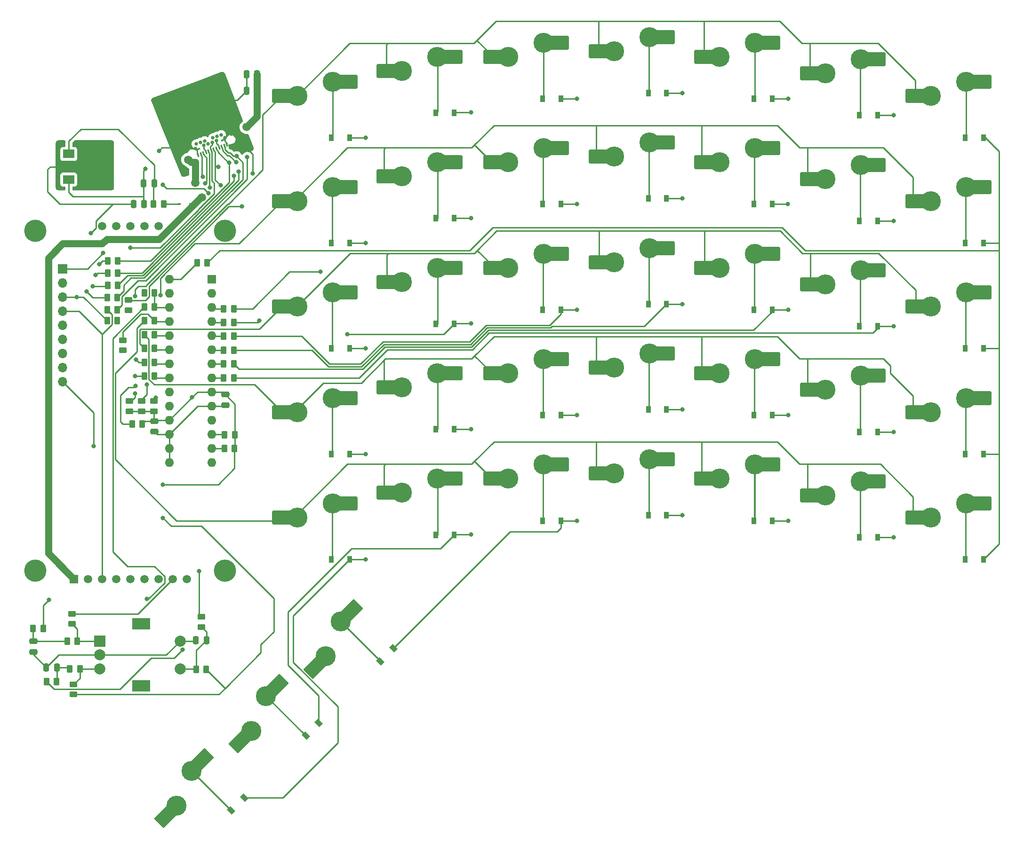
<source format=gbr>
%TF.GenerationSoftware,KiCad,Pcbnew,(6.0.7-1)-1*%
%TF.CreationDate,2022-10-21T15:59:20-04:00*%
%TF.ProjectId,Splitboard-B,53706c69-7462-46f6-9172-642d422e6b69,rev?*%
%TF.SameCoordinates,Original*%
%TF.FileFunction,Copper,L2,Bot*%
%TF.FilePolarity,Positive*%
%FSLAX46Y46*%
G04 Gerber Fmt 4.6, Leading zero omitted, Abs format (unit mm)*
G04 Created by KiCad (PCBNEW (6.0.7-1)-1) date 2022-10-21 15:59:20*
%MOMM*%
%LPD*%
G01*
G04 APERTURE LIST*
G04 Aperture macros list*
%AMRoundRect*
0 Rectangle with rounded corners*
0 $1 Rounding radius*
0 $2 $3 $4 $5 $6 $7 $8 $9 X,Y pos of 4 corners*
0 Add a 4 corners polygon primitive as box body*
4,1,4,$2,$3,$4,$5,$6,$7,$8,$9,$2,$3,0*
0 Add four circle primitives for the rounded corners*
1,1,$1+$1,$2,$3*
1,1,$1+$1,$4,$5*
1,1,$1+$1,$6,$7*
1,1,$1+$1,$8,$9*
0 Add four rect primitives between the rounded corners*
20,1,$1+$1,$2,$3,$4,$5,0*
20,1,$1+$1,$4,$5,$6,$7,0*
20,1,$1+$1,$6,$7,$8,$9,0*
20,1,$1+$1,$8,$9,$2,$3,0*%
%AMHorizOval*
0 Thick line with rounded ends*
0 $1 width*
0 $2 $3 position (X,Y) of the first rounded end (center of the circle)*
0 $4 $5 position (X,Y) of the second rounded end (center of the circle)*
0 Add line between two ends*
20,1,$1,$2,$3,$4,$5,0*
0 Add two circle primitives to create the rounded ends*
1,1,$1,$2,$3*
1,1,$1,$4,$5*%
%AMRotRect*
0 Rectangle, with rotation*
0 The origin of the aperture is its center*
0 $1 length*
0 $2 width*
0 $3 Rotation angle, in degrees counterclockwise*
0 Add horizontal line*
21,1,$1,$2,0,0,$3*%
G04 Aperture macros list end*
%TA.AperFunction,ComponentPad*%
%ADD10C,3.600000*%
%TD*%
%TA.AperFunction,SMDPad,CuDef*%
%ADD11RoundRect,0.250000X-1.525000X-1.000000X1.525000X-1.000000X1.525000X1.000000X-1.525000X1.000000X0*%
%TD*%
%TA.AperFunction,ComponentPad*%
%ADD12C,4.000000*%
%TD*%
%TA.AperFunction,ComponentPad*%
%ADD13R,1.500000X1.500000*%
%TD*%
%TA.AperFunction,ComponentPad*%
%ADD14C,1.500000*%
%TD*%
%TA.AperFunction,SMDPad,CuDef*%
%ADD15RoundRect,0.250000X-0.371231X-1.785445X1.785445X0.371231X0.371231X1.785445X-1.785445X-0.371231X0*%
%TD*%
%TA.AperFunction,ComponentPad*%
%ADD16R,2.000000X2.000000*%
%TD*%
%TA.AperFunction,ComponentPad*%
%ADD17C,2.000000*%
%TD*%
%TA.AperFunction,ComponentPad*%
%ADD18R,3.200000X2.000000*%
%TD*%
%TA.AperFunction,SMDPad,CuDef*%
%ADD19RoundRect,0.250000X0.262500X0.450000X-0.262500X0.450000X-0.262500X-0.450000X0.262500X-0.450000X0*%
%TD*%
%TA.AperFunction,SMDPad,CuDef*%
%ADD20RoundRect,0.250000X-0.450000X0.262500X-0.450000X-0.262500X0.450000X-0.262500X0.450000X0.262500X0*%
%TD*%
%TA.AperFunction,SMDPad,CuDef*%
%ADD21RoundRect,0.250000X0.250000X0.475000X-0.250000X0.475000X-0.250000X-0.475000X0.250000X-0.475000X0*%
%TD*%
%TA.AperFunction,SMDPad,CuDef*%
%ADD22RoundRect,0.250000X-0.262500X-0.450000X0.262500X-0.450000X0.262500X0.450000X-0.262500X0.450000X0*%
%TD*%
%TA.AperFunction,SMDPad,CuDef*%
%ADD23RoundRect,0.250000X0.450000X-0.262500X0.450000X0.262500X-0.450000X0.262500X-0.450000X-0.262500X0*%
%TD*%
%TA.AperFunction,SMDPad,CuDef*%
%ADD24R,0.900000X1.200000*%
%TD*%
%TA.AperFunction,SMDPad,CuDef*%
%ADD25RoundRect,0.250000X-0.250000X-0.475000X0.250000X-0.475000X0.250000X0.475000X-0.250000X0.475000X0*%
%TD*%
%TA.AperFunction,SMDPad,CuDef*%
%ADD26RoundRect,0.250000X-0.475000X0.250000X-0.475000X-0.250000X0.475000X-0.250000X0.475000X0.250000X0*%
%TD*%
%TA.AperFunction,SMDPad,CuDef*%
%ADD27RotRect,0.900000X1.200000X225.000000*%
%TD*%
%TA.AperFunction,SMDPad,CuDef*%
%ADD28R,0.600000X0.450000*%
%TD*%
%TA.AperFunction,ComponentPad*%
%ADD29R,1.700000X1.700000*%
%TD*%
%TA.AperFunction,ComponentPad*%
%ADD30O,1.700000X1.700000*%
%TD*%
%TA.AperFunction,SMDPad,CuDef*%
%ADD31R,2.000000X1.500000*%
%TD*%
%TA.AperFunction,SMDPad,CuDef*%
%ADD32R,2.000000X3.800000*%
%TD*%
%TA.AperFunction,ComponentPad*%
%ADD33R,1.600000X1.600000*%
%TD*%
%TA.AperFunction,ComponentPad*%
%ADD34O,1.600000X1.600000*%
%TD*%
%TA.AperFunction,SMDPad,CuDef*%
%ADD35RotRect,0.300000X0.700000X20.000000*%
%TD*%
%TA.AperFunction,ComponentPad*%
%ADD36C,0.650000*%
%TD*%
%TA.AperFunction,ComponentPad*%
%ADD37HorizOval,0.800000X-0.102606X0.281908X0.102606X-0.281908X0*%
%TD*%
%TA.AperFunction,ViaPad*%
%ADD38C,0.800000*%
%TD*%
%TA.AperFunction,ViaPad*%
%ADD39C,1.500000*%
%TD*%
%TA.AperFunction,Conductor*%
%ADD40C,0.250000*%
%TD*%
%TA.AperFunction,Conductor*%
%ADD41C,1.250000*%
%TD*%
G04 APERTURE END LIST*
D10*
%TO.P,K28,1*%
%TO.N,/col3*%
X215190000Y-99460000D03*
D11*
X212415000Y-99460000D03*
D10*
%TO.P,K28,2*%
%TO.N,Net-(D28-Pad2)*%
X221540000Y-96920000D03*
D11*
X224320000Y-96920000D03*
%TD*%
%TO.P,K11,1*%
%TO.N,/col1*%
X155415000Y-53460000D03*
D10*
X158190000Y-53460000D03*
D11*
%TO.P,K11,2*%
%TO.N,Net-(D11-Pad2)*%
X167320000Y-50920000D03*
D10*
X164540000Y-50920000D03*
%TD*%
D12*
%TO.P,U1,*%
%TO.N,*%
X54110000Y-128000000D03*
X54110000Y-66800000D03*
X88210000Y-66800000D03*
X88210000Y-128000000D03*
D13*
%TO.P,U1,1,VCC*%
%TO.N,VBUS*%
X61000000Y-129500000D03*
D14*
%TO.P,U1,2,GND*%
%TO.N,GND*%
X63540000Y-129500000D03*
%TO.P,U1,3,~{CS}*%
%TO.N,/LCD2_CS*%
X66080000Y-129500000D03*
%TO.P,U1,4,RESET*%
%TO.N,/LCD2_RST*%
X68620000Y-129500000D03*
%TO.P,U1,5,D/~{C}*%
%TO.N,/LCD2_DC*%
X71160000Y-129500000D03*
%TO.P,U1,6,MOSI*%
%TO.N,/MOSI*%
X73700000Y-129500000D03*
%TO.P,U1,7,SCK*%
%TO.N,/SCK*%
X76240000Y-129500000D03*
%TO.P,U1,8,LED*%
%TO.N,+3.3V*%
X78780000Y-129500000D03*
%TO.P,U1,9,MISO*%
%TO.N,unconnected-(U1-Pad9)*%
X81320000Y-129500000D03*
%TO.P,U1,10,SD_CS*%
%TO.N,unconnected-(U1-Pad10)*%
X66080000Y-65980000D03*
%TO.P,U1,11,SD_MOSI*%
%TO.N,unconnected-(U1-Pad11)*%
X68620000Y-65980000D03*
%TO.P,U1,12,SD_MISO*%
%TO.N,unconnected-(U1-Pad12)*%
X71160000Y-65980000D03*
%TO.P,U1,13,SD_SCK*%
%TO.N,unconnected-(U1-Pad13)*%
X73700000Y-65980000D03*
%TO.P,U1,14,FLASH_CD*%
%TO.N,unconnected-(U1-Pad14)*%
X76240000Y-65980000D03*
%TD*%
D10*
%TO.P,K33,1*%
%TO.N,/col4*%
X177190000Y-111460000D03*
D11*
X174415000Y-111460000D03*
%TO.P,K33,2*%
%TO.N,Net-(D33-Pad2)*%
X186320000Y-108920000D03*
D10*
X183540000Y-108920000D03*
%TD*%
%TO.P,K20,1*%
%TO.N,/col2*%
X196190000Y-76460000D03*
D11*
X193415000Y-76460000D03*
D10*
%TO.P,K20,2*%
%TO.N,Net-(D20-Pad2)*%
X202540000Y-73920000D03*
D11*
X205320000Y-73920000D03*
%TD*%
%TO.P,K13,1*%
%TO.N,/col1*%
X193415000Y-57460000D03*
D10*
X196190000Y-57460000D03*
%TO.P,K13,2*%
%TO.N,Net-(D13-Pad2)*%
X202540000Y-54920000D03*
D11*
X205320000Y-54920000D03*
%TD*%
D10*
%TO.P,K7,1*%
%TO.N,/col0*%
X215190000Y-42460000D03*
D11*
X212415000Y-42460000D03*
%TO.P,K7,2*%
%TO.N,Net-(D7-Pad2)*%
X224320000Y-39920000D03*
D10*
X221540000Y-39920000D03*
%TD*%
D11*
%TO.P,K17,1*%
%TO.N,/col2*%
X136415000Y-73460000D03*
D10*
X139190000Y-73460000D03*
D11*
%TO.P,K17,2*%
%TO.N,Net-(D17-Pad2)*%
X148320000Y-70920000D03*
D10*
X145540000Y-70920000D03*
%TD*%
%TO.P,K16,1*%
%TO.N,/col2*%
X120000000Y-76000000D03*
D11*
X117225000Y-76000000D03*
%TO.P,K16,2*%
%TO.N,Net-(D16-Pad2)*%
X129130000Y-73460000D03*
D10*
X126350000Y-73460000D03*
%TD*%
%TO.P,K37,1*%
%TO.N,/col5*%
X92905137Y-156898026D03*
D15*
X90942916Y-158860247D03*
%TO.P,K37,2*%
%TO.N,Net-(D37-Pad2)*%
X97564971Y-148646089D03*
D10*
X95599214Y-150611846D03*
%TD*%
D11*
%TO.P,K2,1*%
%TO.N,/col0*%
X117225000Y-38000000D03*
D10*
X120000000Y-38000000D03*
%TO.P,K2,2*%
%TO.N,Net-(D2-Pad2)*%
X126350000Y-35460000D03*
D11*
X129130000Y-35460000D03*
%TD*%
D15*
%TO.P,K38,1*%
%TO.N,/col5*%
X104377945Y-145425218D03*
D10*
X106340166Y-143462997D03*
D15*
%TO.P,K38,2*%
%TO.N,Net-(D38-Pad2)*%
X111000000Y-135211060D03*
D10*
X109034243Y-137176817D03*
%TD*%
%TO.P,K5,1*%
%TO.N,/col0*%
X177190000Y-35460000D03*
D11*
X174415000Y-35460000D03*
%TO.P,K5,2*%
%TO.N,Net-(D5-Pad2)*%
X186320000Y-32920000D03*
D10*
X183540000Y-32920000D03*
%TD*%
%TO.P,K9,1*%
%TO.N,/col1*%
X120000000Y-57000000D03*
D11*
X117225000Y-57000000D03*
D10*
%TO.P,K9,2*%
%TO.N,Net-(D9-Pad2)*%
X126350000Y-54460000D03*
D11*
X129130000Y-54460000D03*
%TD*%
%TO.P,K32,1*%
%TO.N,/col4*%
X155415000Y-110460000D03*
D10*
X158190000Y-110460000D03*
%TO.P,K32,2*%
%TO.N,Net-(D32-Pad2)*%
X164540000Y-107920000D03*
D11*
X167320000Y-107920000D03*
%TD*%
D10*
%TO.P,K1,1*%
%TO.N,/col0*%
X101190000Y-42460000D03*
D11*
X98415000Y-42460000D03*
D10*
%TO.P,K1,2*%
%TO.N,Net-(D1-Pad2)*%
X107540000Y-39920000D03*
D11*
X110320000Y-39920000D03*
%TD*%
D10*
%TO.P,K26,1*%
%TO.N,/col3*%
X177190000Y-92460000D03*
D11*
X174415000Y-92460000D03*
%TO.P,K26,2*%
%TO.N,Net-(D26-Pad2)*%
X186320000Y-89920000D03*
D10*
X183540000Y-89920000D03*
%TD*%
D16*
%TO.P,SW1,A,A*%
%TO.N,Net-(R4-Pad2)*%
X65650000Y-140700000D03*
D17*
%TO.P,SW1,B,B*%
%TO.N,Net-(R6-Pad2)*%
X65650000Y-145700000D03*
%TO.P,SW1,C,C*%
%TO.N,GND*%
X65650000Y-143200000D03*
D18*
%TO.P,SW1,MP*%
%TO.N,N/C*%
X73150000Y-148800000D03*
X73150000Y-137600000D03*
D17*
%TO.P,SW1,S1,S1*%
%TO.N,/ENC_SW*%
X80150000Y-145700000D03*
%TO.P,SW1,S2,S2*%
%TO.N,GND*%
X80150000Y-140700000D03*
%TD*%
D11*
%TO.P,K4,1*%
%TO.N,/col0*%
X155415000Y-34460000D03*
D10*
X158190000Y-34460000D03*
%TO.P,K4,2*%
%TO.N,Net-(D4-Pad2)*%
X164540000Y-31920000D03*
D11*
X167320000Y-31920000D03*
%TD*%
D10*
%TO.P,K34,1*%
%TO.N,/col4*%
X196190000Y-114460000D03*
D11*
X193415000Y-114460000D03*
D10*
%TO.P,K34,2*%
%TO.N,Net-(D34-Pad2)*%
X202540000Y-111920000D03*
D11*
X205320000Y-111920000D03*
%TD*%
D10*
%TO.P,K30,1*%
%TO.N,/col4*%
X120000000Y-114000000D03*
D11*
X117225000Y-114000000D03*
%TO.P,K30,2*%
%TO.N,Net-(D30-Pad2)*%
X129130000Y-111460000D03*
D10*
X126350000Y-111460000D03*
%TD*%
D11*
%TO.P,K14,1*%
%TO.N,/col1*%
X212415000Y-61460000D03*
D10*
X215190000Y-61460000D03*
%TO.P,K14,2*%
%TO.N,Net-(D14-Pad2)*%
X221540000Y-58920000D03*
D11*
X224320000Y-58920000D03*
%TD*%
%TO.P,K12,1*%
%TO.N,/col1*%
X174415000Y-54460000D03*
D10*
X177190000Y-54460000D03*
%TO.P,K12,2*%
%TO.N,Net-(D12-Pad2)*%
X183540000Y-51920000D03*
D11*
X186320000Y-51920000D03*
%TD*%
%TO.P,K22,1*%
%TO.N,/col3*%
X98415000Y-99460000D03*
D10*
X101190000Y-99460000D03*
D11*
%TO.P,K22,2*%
%TO.N,Net-(D22-Pad2)*%
X110320000Y-96920000D03*
D10*
X107540000Y-96920000D03*
%TD*%
%TO.P,K6,1*%
%TO.N,/col0*%
X196190000Y-38460000D03*
D11*
X193415000Y-38460000D03*
%TO.P,K6,2*%
%TO.N,Net-(D6-Pad2)*%
X205320000Y-35920000D03*
D10*
X202540000Y-35920000D03*
%TD*%
D11*
%TO.P,K8,1*%
%TO.N,/col1*%
X98415000Y-61460000D03*
D10*
X101190000Y-61460000D03*
%TO.P,K8,2*%
%TO.N,Net-(D8-Pad2)*%
X107540000Y-58920000D03*
D11*
X110320000Y-58920000D03*
%TD*%
D10*
%TO.P,K18,1*%
%TO.N,/col2*%
X158190000Y-72460000D03*
D11*
X155415000Y-72460000D03*
D10*
%TO.P,K18,2*%
%TO.N,Net-(D18-Pad2)*%
X164540000Y-69920000D03*
D11*
X167320000Y-69920000D03*
%TD*%
D10*
%TO.P,K15,1*%
%TO.N,/col2*%
X101190000Y-80460000D03*
D11*
X98415000Y-80460000D03*
D10*
%TO.P,K15,2*%
%TO.N,Net-(D15-Pad2)*%
X107540000Y-77920000D03*
D11*
X110320000Y-77920000D03*
%TD*%
%TO.P,K21,1*%
%TO.N,/col2*%
X212415000Y-80460000D03*
D10*
X215190000Y-80460000D03*
%TO.P,K21,2*%
%TO.N,Net-(D21-Pad2)*%
X221540000Y-77920000D03*
D11*
X224320000Y-77920000D03*
%TD*%
D10*
%TO.P,K19,1*%
%TO.N,/col2*%
X177190000Y-73460000D03*
D11*
X174415000Y-73460000D03*
D10*
%TO.P,K19,2*%
%TO.N,Net-(D19-Pad2)*%
X183540000Y-70920000D03*
D11*
X186320000Y-70920000D03*
%TD*%
D10*
%TO.P,K25,1*%
%TO.N,/col3*%
X158190000Y-91460000D03*
D11*
X155415000Y-91460000D03*
%TO.P,K25,2*%
%TO.N,Net-(D25-Pad2)*%
X167320000Y-88920000D03*
D10*
X164540000Y-88920000D03*
%TD*%
%TO.P,K10,1*%
%TO.N,/col1*%
X139190000Y-54460000D03*
D11*
X136415000Y-54460000D03*
D10*
%TO.P,K10,2*%
%TO.N,Net-(D10-Pad2)*%
X145540000Y-51920000D03*
D11*
X148320000Y-51920000D03*
%TD*%
%TO.P,K31,1*%
%TO.N,/col4*%
X136415000Y-111460000D03*
D10*
X139190000Y-111460000D03*
%TO.P,K31,2*%
%TO.N,Net-(D31-Pad2)*%
X145540000Y-108920000D03*
D11*
X148320000Y-108920000D03*
%TD*%
%TO.P,K23,1*%
%TO.N,/col3*%
X117225000Y-95000000D03*
D10*
X120000000Y-95000000D03*
D11*
%TO.P,K23,2*%
%TO.N,Net-(D23-Pad2)*%
X129130000Y-92460000D03*
D10*
X126350000Y-92460000D03*
%TD*%
%TO.P,K29,1*%
%TO.N,/col4*%
X101190000Y-118460000D03*
D11*
X98415000Y-118460000D03*
%TO.P,K29,2*%
%TO.N,Net-(D29-Pad2)*%
X110320000Y-115920000D03*
D10*
X107540000Y-115920000D03*
%TD*%
D11*
%TO.P,K24,1*%
%TO.N,/col3*%
X136415000Y-92460000D03*
D10*
X139190000Y-92460000D03*
%TO.P,K24,2*%
%TO.N,Net-(D24-Pad2)*%
X145540000Y-89920000D03*
D11*
X148320000Y-89920000D03*
%TD*%
D15*
%TO.P,K36,1*%
%TO.N,/col5*%
X77507887Y-172295275D03*
D10*
X79470108Y-170333054D03*
D15*
%TO.P,K36,2*%
%TO.N,Net-(D36-Pad2)*%
X84129942Y-162081117D03*
D10*
X82164185Y-164046874D03*
%TD*%
D11*
%TO.P,K35,1*%
%TO.N,/col4*%
X212415000Y-118460000D03*
D10*
X215190000Y-118460000D03*
D11*
%TO.P,K35,2*%
%TO.N,Net-(D35-Pad2)*%
X224320000Y-115920000D03*
D10*
X221540000Y-115920000D03*
%TD*%
D11*
%TO.P,K27,1*%
%TO.N,/col3*%
X193415000Y-95460000D03*
D10*
X196190000Y-95460000D03*
D11*
%TO.P,K27,2*%
%TO.N,Net-(D27-Pad2)*%
X205320000Y-92920000D03*
D10*
X202540000Y-92920000D03*
%TD*%
%TO.P,K3,1*%
%TO.N,/col0*%
X139190000Y-35460000D03*
D11*
X136415000Y-35460000D03*
%TO.P,K3,2*%
%TO.N,Net-(D3-Pad2)*%
X148320000Y-32920000D03*
D10*
X145540000Y-32920000D03*
%TD*%
D19*
%TO.P,R12,1*%
%TO.N,/row1*%
X89800000Y-83311111D03*
%TO.P,R12,2*%
%TO.N,Net-(R12-Pad2)*%
X87975000Y-83311111D03*
%TD*%
D20*
%TO.P,R22,1*%
%TO.N,Net-(R22-Pad1)*%
X73200000Y-97487500D03*
%TO.P,R22,2*%
%TO.N,+3.3V*%
X73200000Y-99312500D03*
%TD*%
D21*
%TO.P,C8,1*%
%TO.N,VBUS*%
X93950000Y-38590000D03*
%TO.P,C8,2*%
%TO.N,GND*%
X92050000Y-38590000D03*
%TD*%
D22*
%TO.P,R36,1*%
%TO.N,/SCK*%
X67087500Y-72200000D03*
%TO.P,R36,2*%
%TO.N,Net-(J1-PadA8)*%
X68912500Y-72200000D03*
%TD*%
D21*
%TO.P,C6,1*%
%TO.N,Net-(C6-Pad1)*%
X75450000Y-58250000D03*
%TO.P,C6,2*%
%TO.N,GND*%
X73550000Y-58250000D03*
%TD*%
D23*
%TO.P,R6,1*%
%TO.N,+3.3V*%
X60900000Y-150312500D03*
%TO.P,R6,2*%
%TO.N,Net-(R6-Pad2)*%
X60900000Y-148487500D03*
%TD*%
D24*
%TO.P,D22,1,K*%
%TO.N,/row0*%
X110650000Y-107000000D03*
%TO.P,D22,2,A*%
%TO.N,Net-(D22-Pad2)*%
X107350000Y-107000000D03*
%TD*%
%TO.P,D19,1,K*%
%TO.N,/row4*%
X186650000Y-81000000D03*
%TO.P,D19,2,A*%
%TO.N,Net-(D19-Pad2)*%
X183350000Y-81000000D03*
%TD*%
D20*
%TO.P,R19,1*%
%TO.N,Net-(R19-Pad1)*%
X69800000Y-86487500D03*
%TO.P,R19,2*%
%TO.N,+3.3V*%
X69800000Y-88312500D03*
%TD*%
D24*
%TO.P,D9,1,K*%
%TO.N,/row1*%
X129460000Y-64540000D03*
%TO.P,D9,2,A*%
%TO.N,Net-(D9-Pad2)*%
X126160000Y-64540000D03*
%TD*%
D19*
%TO.P,R18,1*%
%TO.N,Net-(R18-Pad1)*%
X75512500Y-78000000D03*
%TO.P,R18,2*%
%TO.N,+3.3V*%
X73687500Y-78000000D03*
%TD*%
D24*
%TO.P,D13,1,K*%
%TO.N,/row5*%
X205650000Y-65000000D03*
%TO.P,D13,2,A*%
%TO.N,Net-(D13-Pad2)*%
X202350000Y-65000000D03*
%TD*%
%TO.P,D10,1,K*%
%TO.N,/row2*%
X148650000Y-62000000D03*
%TO.P,D10,2,A*%
%TO.N,Net-(D10-Pad2)*%
X145350000Y-62000000D03*
%TD*%
%TO.P,D12,1,K*%
%TO.N,/row4*%
X186650000Y-62000000D03*
%TO.P,D12,2,A*%
%TO.N,Net-(D12-Pad2)*%
X183350000Y-62000000D03*
%TD*%
D19*
%TO.P,R7,1*%
%TO.N,Net-(R6-Pad2)*%
X62112500Y-145700000D03*
%TO.P,R7,2*%
%TO.N,/ENC_B*%
X60287500Y-145700000D03*
%TD*%
D24*
%TO.P,D16,1,K*%
%TO.N,/row1*%
X129460000Y-83540000D03*
%TO.P,D16,2,A*%
%TO.N,Net-(D16-Pad2)*%
X126160000Y-83540000D03*
%TD*%
D19*
%TO.P,R17,1*%
%TO.N,/row6*%
X85000000Y-72600000D03*
%TO.P,R17,2*%
%TO.N,Net-(R17-Pad2)*%
X83175000Y-72600000D03*
%TD*%
%TO.P,R13,1*%
%TO.N,/row2*%
X89800000Y-85800000D03*
%TO.P,R13,2*%
%TO.N,Net-(R13-Pad2)*%
X87975000Y-85800000D03*
%TD*%
D22*
%TO.P,R32,1*%
%TO.N,/SDA*%
X67000000Y-83000000D03*
%TO.P,R32,2*%
%TO.N,Net-(J1-PadA6)*%
X68825000Y-83000000D03*
%TD*%
%TO.P,R26,1*%
%TO.N,/col3*%
X73675000Y-85500000D03*
%TO.P,R26,2*%
%TO.N,Net-(R20-Pad1)*%
X75500000Y-85500000D03*
%TD*%
D24*
%TO.P,D11,1,K*%
%TO.N,/row3*%
X167650000Y-61000000D03*
%TO.P,D11,2,A*%
%TO.N,Net-(D11-Pad2)*%
X164350000Y-61000000D03*
%TD*%
D20*
%TO.P,R23,1*%
%TO.N,Net-(R23-Pad1)*%
X71000000Y-97487500D03*
%TO.P,R23,2*%
%TO.N,+3.3V*%
X71000000Y-99312500D03*
%TD*%
D22*
%TO.P,R30,1*%
%TO.N,/MOSI*%
X67087500Y-74400000D03*
%TO.P,R30,2*%
%TO.N,Net-(J1-PadA5)*%
X68912500Y-74400000D03*
%TD*%
D25*
%TO.P,C3,1*%
%TO.N,GND*%
X56050000Y-145450000D03*
%TO.P,C3,2*%
%TO.N,/ENC_B*%
X57950000Y-145450000D03*
%TD*%
D24*
%TO.P,D2,1,K*%
%TO.N,/row1*%
X129460000Y-45540000D03*
%TO.P,D2,2,A*%
%TO.N,Net-(D2-Pad2)*%
X126160000Y-45540000D03*
%TD*%
%TO.P,D14,1,K*%
%TO.N,/row6*%
X224650000Y-69000000D03*
%TO.P,D14,2,A*%
%TO.N,Net-(D14-Pad2)*%
X221350000Y-69000000D03*
%TD*%
D19*
%TO.P,R15,1*%
%TO.N,/row4*%
X89800000Y-90777778D03*
%TO.P,R15,2*%
%TO.N,Net-(R15-Pad2)*%
X87975000Y-90777778D03*
%TD*%
D24*
%TO.P,D17,1,K*%
%TO.N,/row2*%
X148650000Y-81000000D03*
%TO.P,D17,2,A*%
%TO.N,Net-(D17-Pad2)*%
X145350000Y-81000000D03*
%TD*%
%TO.P,D23,1,K*%
%TO.N,/row1*%
X129460000Y-102540000D03*
%TO.P,D23,2,A*%
%TO.N,Net-(D23-Pad2)*%
X126160000Y-102540000D03*
%TD*%
D21*
%TO.P,C9,1*%
%TO.N,VBUS*%
X93950000Y-41600000D03*
%TO.P,C9,2*%
%TO.N,GND*%
X92050000Y-41600000D03*
%TD*%
D26*
%TO.P,C2,1*%
%TO.N,/ENC_A*%
X53700000Y-140750000D03*
%TO.P,C2,2*%
%TO.N,GND*%
X53700000Y-142650000D03*
%TD*%
D24*
%TO.P,D3,1,K*%
%TO.N,/row2*%
X148650000Y-43000000D03*
%TO.P,D3,2,A*%
%TO.N,Net-(D3-Pad2)*%
X145350000Y-43000000D03*
%TD*%
%TO.P,D34,1,K*%
%TO.N,/row5*%
X205650000Y-122000000D03*
%TO.P,D34,2,A*%
%TO.N,Net-(D34-Pad2)*%
X202350000Y-122000000D03*
%TD*%
D19*
%TO.P,R10,1*%
%TO.N,/ENC_B*%
X57912500Y-148000000D03*
%TO.P,R10,2*%
%TO.N,Net-(R10-Pad2)*%
X56087500Y-148000000D03*
%TD*%
D22*
%TO.P,R33,1*%
%TO.N,/LCD2_CS*%
X67000000Y-81000000D03*
%TO.P,R33,2*%
%TO.N,Net-(J1-PadA10)*%
X68825000Y-81000000D03*
%TD*%
D26*
%TO.P,C5,1*%
%TO.N,+3.3V*%
X88250000Y-96300000D03*
%TO.P,C5,2*%
%TO.N,GND*%
X88250000Y-98200000D03*
%TD*%
D24*
%TO.P,D30,1,K*%
%TO.N,/row1*%
X129460000Y-121540000D03*
%TO.P,D30,2,A*%
%TO.N,Net-(D30-Pad2)*%
X126160000Y-121540000D03*
%TD*%
%TO.P,D25,1,K*%
%TO.N,/row3*%
X167650000Y-99000000D03*
%TO.P,D25,2,A*%
%TO.N,Net-(D25-Pad2)*%
X164350000Y-99000000D03*
%TD*%
D27*
%TO.P,D36,1,K*%
%TO.N,/row0*%
X91629942Y-168870057D03*
%TO.P,D36,2,A*%
%TO.N,Net-(D36-Pad2)*%
X89296490Y-171203509D03*
%TD*%
D24*
%TO.P,D35,1,K*%
%TO.N,/row6*%
X224650000Y-126000000D03*
%TO.P,D35,2,A*%
%TO.N,Net-(D35-Pad2)*%
X221350000Y-126000000D03*
%TD*%
D28*
%TO.P,D39,1,K*%
%TO.N,Net-(D39-Pad1)*%
X79950000Y-62000000D03*
%TO.P,D39,2,A*%
%TO.N,VBUS*%
X82050000Y-62000000D03*
%TD*%
D22*
%TO.P,R5,1*%
%TO.N,/ENC_A*%
X59787500Y-140700000D03*
%TO.P,R5,2*%
%TO.N,Net-(R4-Pad2)*%
X61612500Y-140700000D03*
%TD*%
D19*
%TO.P,R11,1*%
%TO.N,/row0*%
X89800000Y-80822222D03*
%TO.P,R11,2*%
%TO.N,Net-(R11-Pad2)*%
X87975000Y-80822222D03*
%TD*%
D24*
%TO.P,D31,1,K*%
%TO.N,/row2*%
X148650000Y-119000000D03*
%TO.P,D31,2,A*%
%TO.N,Net-(D31-Pad2)*%
X145350000Y-119000000D03*
%TD*%
D22*
%TO.P,R34,1*%
%TO.N,/LCD2_DC*%
X67000000Y-78800000D03*
%TO.P,R34,2*%
%TO.N,Net-(J1-PadA11)*%
X68825000Y-78800000D03*
%TD*%
D19*
%TO.P,R16,1*%
%TO.N,/row5*%
X89800000Y-93266667D03*
%TO.P,R16,2*%
%TO.N,Net-(R16-Pad2)*%
X87975000Y-93266667D03*
%TD*%
D22*
%TO.P,R28,1*%
%TO.N,/col5*%
X73675000Y-80500000D03*
%TO.P,R28,2*%
%TO.N,Net-(R18-Pad1)*%
X75500000Y-80500000D03*
%TD*%
D24*
%TO.P,D21,1,K*%
%TO.N,/row6*%
X224650000Y-88000000D03*
%TO.P,D21,2,A*%
%TO.N,Net-(D21-Pad2)*%
X221350000Y-88000000D03*
%TD*%
D29*
%TO.P,J2,1,Pin_1*%
%TO.N,+3.3V*%
X58975000Y-73650000D03*
D30*
%TO.P,J2,2,Pin_2*%
%TO.N,/SCL*%
X58975000Y-76190000D03*
%TO.P,J2,3,Pin_3*%
%TO.N,/SDA*%
X58975000Y-78730000D03*
%TO.P,J2,4,Pin_4*%
%TO.N,/LCD2_CS*%
X58975000Y-81270000D03*
%TO.P,J2,5,Pin_5*%
%TO.N,/LCD2_DC*%
X58975000Y-83810000D03*
%TO.P,J2,6,Pin_6*%
%TO.N,/LCD2_RST*%
X58975000Y-86350000D03*
%TO.P,J2,7,Pin_7*%
%TO.N,/MOSI*%
X58975000Y-88890000D03*
%TO.P,J2,8,Pin_8*%
%TO.N,/SCK*%
X58975000Y-91430000D03*
%TO.P,J2,9,Pin_9*%
%TO.N,GND*%
X58975000Y-93970000D03*
%TD*%
D31*
%TO.P,U3,1,GND*%
%TO.N,GND*%
X60100000Y-57550000D03*
D32*
%TO.P,U3,2,VO*%
%TO.N,+3.3V*%
X66400000Y-55250000D03*
D31*
X60100000Y-55250000D03*
%TO.P,U3,3,VI*%
%TO.N,Net-(C6-Pad1)*%
X60100000Y-52950000D03*
%TD*%
D22*
%TO.P,R21,1*%
%TO.N,Net-(R21-Pad1)*%
X71487500Y-101600000D03*
%TO.P,R21,2*%
%TO.N,+3.3V*%
X73312500Y-101600000D03*
%TD*%
D24*
%TO.P,D5,1,K*%
%TO.N,/row4*%
X186650000Y-43000000D03*
%TO.P,D5,2,A*%
%TO.N,Net-(D5-Pad2)*%
X183350000Y-43000000D03*
%TD*%
%TO.P,D18,1,K*%
%TO.N,/row3*%
X167650000Y-80000000D03*
%TO.P,D18,2,A*%
%TO.N,Net-(D18-Pad2)*%
X164350000Y-80000000D03*
%TD*%
%TO.P,D28,1,K*%
%TO.N,/row6*%
X224650000Y-107000000D03*
%TO.P,D28,2,A*%
%TO.N,Net-(D28-Pad2)*%
X221350000Y-107000000D03*
%TD*%
D23*
%TO.P,R31,1*%
%TO.N,/SCL*%
X70800000Y-81112500D03*
%TO.P,R31,2*%
%TO.N,Net-(J1-PadA7)*%
X70800000Y-79287500D03*
%TD*%
D24*
%TO.P,D32,1,K*%
%TO.N,/row3*%
X167650000Y-118000000D03*
%TO.P,D32,2,A*%
%TO.N,Net-(D32-Pad2)*%
X164350000Y-118000000D03*
%TD*%
D26*
%TO.P,C4,1*%
%TO.N,+3.3V*%
X75500000Y-101050000D03*
%TO.P,C4,2*%
%TO.N,GND*%
X75500000Y-102950000D03*
%TD*%
D22*
%TO.P,R9,1*%
%TO.N,/ENC_A*%
X53687500Y-138400000D03*
%TO.P,R9,2*%
%TO.N,Net-(R9-Pad2)*%
X55512500Y-138400000D03*
%TD*%
D23*
%TO.P,R8,1*%
%TO.N,/ENC_SW*%
X83950000Y-138162500D03*
%TO.P,R8,2*%
%TO.N,Net-(R8-Pad2)*%
X83950000Y-136337500D03*
%TD*%
D19*
%TO.P,R1,1*%
%TO.N,+3.3V*%
X89952500Y-103540000D03*
%TO.P,R1,2*%
%TO.N,/SDA*%
X88127500Y-103540000D03*
%TD*%
D20*
%TO.P,R4,1*%
%TO.N,+3.3V*%
X60700000Y-135787500D03*
%TO.P,R4,2*%
%TO.N,Net-(R4-Pad2)*%
X60700000Y-137612500D03*
%TD*%
D22*
%TO.P,R35,1*%
%TO.N,/LCD2_RST*%
X67087500Y-76600000D03*
%TO.P,R35,2*%
%TO.N,Net-(J1-PadA3)*%
X68912500Y-76600000D03*
%TD*%
D24*
%TO.P,D27,1,K*%
%TO.N,/row5*%
X205650000Y-103000000D03*
%TO.P,D27,2,A*%
%TO.N,Net-(D27-Pad2)*%
X202350000Y-103000000D03*
%TD*%
D27*
%TO.P,D38,1,K*%
%TO.N,/row2*%
X118500000Y-142000000D03*
%TO.P,D38,2,A*%
%TO.N,Net-(D38-Pad2)*%
X116166548Y-144333452D03*
%TD*%
D25*
%TO.P,C7,1*%
%TO.N,+3.3V*%
X71750000Y-62000000D03*
%TO.P,C7,2*%
%TO.N,GND*%
X73650000Y-62000000D03*
%TD*%
D24*
%TO.P,D29,1,K*%
%TO.N,/row0*%
X110650000Y-126000000D03*
%TO.P,D29,2,A*%
%TO.N,Net-(D29-Pad2)*%
X107350000Y-126000000D03*
%TD*%
D25*
%TO.P,C1,1*%
%TO.N,GND*%
X82950000Y-140550000D03*
%TO.P,C1,2*%
%TO.N,/ENC_SW*%
X84850000Y-140550000D03*
%TD*%
D33*
%TO.P,U2,1,GPB0*%
%TO.N,Net-(R9-Pad2)*%
X85800000Y-75500000D03*
D34*
%TO.P,U2,2,GPB1*%
%TO.N,Net-(R10-Pad2)*%
X85800000Y-78040000D03*
%TO.P,U2,3,GPB2*%
%TO.N,Net-(R11-Pad2)*%
X85800000Y-80580000D03*
%TO.P,U2,4,GPB3*%
%TO.N,Net-(R12-Pad2)*%
X85800000Y-83120000D03*
%TO.P,U2,5,GPB4*%
%TO.N,Net-(R13-Pad2)*%
X85800000Y-85660000D03*
%TO.P,U2,6,GPB5*%
%TO.N,Net-(R14-Pad2)*%
X85800000Y-88200000D03*
%TO.P,U2,7,GPB6*%
%TO.N,Net-(R15-Pad2)*%
X85800000Y-90740000D03*
%TO.P,U2,8,GPB7*%
%TO.N,Net-(R16-Pad2)*%
X85800000Y-93280000D03*
%TO.P,U2,9,VDD*%
%TO.N,+3.3V*%
X85800000Y-95820000D03*
%TO.P,U2,10,VSS*%
%TO.N,GND*%
X85800000Y-98360000D03*
%TO.P,U2,11,NC*%
%TO.N,unconnected-(U2-Pad11)*%
X85800000Y-100900000D03*
%TO.P,U2,12,SCK*%
%TO.N,/SDA*%
X85800000Y-103440000D03*
%TO.P,U2,13,SDA*%
%TO.N,/SCL*%
X85800000Y-105980000D03*
%TO.P,U2,14,NC*%
%TO.N,unconnected-(U2-Pad14)*%
X85800000Y-108520000D03*
%TO.P,U2,15,A0*%
%TO.N,GND*%
X78180000Y-108520000D03*
%TO.P,U2,16,A1*%
X78180000Y-105980000D03*
%TO.P,U2,17,A2*%
X78180000Y-103440000D03*
%TO.P,U2,18,~{RESET}*%
%TO.N,+3.3V*%
X78180000Y-100900000D03*
%TO.P,U2,19,INTB*%
%TO.N,unconnected-(U2-Pad19)*%
X78180000Y-98360000D03*
%TO.P,U2,20,INTA*%
%TO.N,unconnected-(U2-Pad20)*%
X78180000Y-95820000D03*
%TO.P,U2,21,GPA0*%
%TO.N,Net-(R23-Pad1)*%
X78180000Y-93280000D03*
%TO.P,U2,22,GPA1*%
%TO.N,Net-(R22-Pad1)*%
X78180000Y-90740000D03*
%TO.P,U2,23,GPA2*%
%TO.N,Net-(R21-Pad1)*%
X78180000Y-88200000D03*
%TO.P,U2,24,GPA3*%
%TO.N,Net-(R20-Pad1)*%
X78180000Y-85660000D03*
%TO.P,U2,25,GPA4*%
%TO.N,Net-(R19-Pad1)*%
X78180000Y-83120000D03*
%TO.P,U2,26,GPA5*%
%TO.N,Net-(R18-Pad1)*%
X78180000Y-80580000D03*
%TO.P,U2,27,GPA6*%
%TO.N,Net-(R8-Pad2)*%
X78180000Y-78040000D03*
%TO.P,U2,28,GPA7*%
%TO.N,Net-(R17-Pad2)*%
X78180000Y-75500000D03*
%TD*%
D24*
%TO.P,D7,1,K*%
%TO.N,/row6*%
X224650000Y-50000000D03*
%TO.P,D7,2,A*%
%TO.N,Net-(D7-Pad2)*%
X221350000Y-50000000D03*
%TD*%
%TO.P,D6,1,K*%
%TO.N,/row5*%
X205650000Y-46000000D03*
%TO.P,D6,2,A*%
%TO.N,Net-(D6-Pad2)*%
X202350000Y-46000000D03*
%TD*%
D19*
%TO.P,R2,1*%
%TO.N,+3.3V*%
X89912500Y-106000000D03*
%TO.P,R2,2*%
%TO.N,/SCL*%
X88087500Y-106000000D03*
%TD*%
D24*
%TO.P,D1,1,K*%
%TO.N,/row0*%
X110650000Y-50000000D03*
%TO.P,D1,2,A*%
%TO.N,Net-(D1-Pad2)*%
X107350000Y-50000000D03*
%TD*%
D22*
%TO.P,R27,1*%
%TO.N,/col4*%
X73675000Y-83000000D03*
%TO.P,R27,2*%
%TO.N,Net-(R19-Pad1)*%
X75500000Y-83000000D03*
%TD*%
D24*
%TO.P,D8,1,K*%
%TO.N,/row0*%
X110650000Y-69000000D03*
%TO.P,D8,2,A*%
%TO.N,Net-(D8-Pad2)*%
X107350000Y-69000000D03*
%TD*%
%TO.P,D20,1,K*%
%TO.N,/row5*%
X205650000Y-84000000D03*
%TO.P,D20,2,A*%
%TO.N,Net-(D20-Pad2)*%
X202350000Y-84000000D03*
%TD*%
D35*
%TO.P,J1,A1,GND*%
%TO.N,GND*%
X83382786Y-53157812D03*
%TO.P,J1,A2,TX1+*%
%TO.N,Net-(J1-PadA2)*%
X83852633Y-52986802D03*
%TO.P,J1,A3,TX1-*%
%TO.N,Net-(J1-PadA3)*%
X84322479Y-52815792D03*
%TO.P,J1,A4,VBUS*%
%TO.N,VBUS*%
X84792325Y-52644782D03*
%TO.P,J1,A5,CC1*%
%TO.N,Net-(J1-PadA5)*%
X85262172Y-52473772D03*
%TO.P,J1,A6,D+*%
%TO.N,Net-(J1-PadA6)*%
X85732018Y-52302762D03*
%TO.P,J1,A7,D-*%
%TO.N,Net-(J1-PadA7)*%
X86201864Y-52131752D03*
%TO.P,J1,A8,SBU1*%
%TO.N,Net-(J1-PadA8)*%
X86671711Y-51960742D03*
%TO.P,J1,A9,VBUS*%
%TO.N,VBUS*%
X87141557Y-51789732D03*
%TO.P,J1,A10,RX2-*%
%TO.N,Net-(J1-PadA10)*%
X87611403Y-51618722D03*
%TO.P,J1,A11,RX2+*%
%TO.N,Net-(J1-PadA11)*%
X88081250Y-51447712D03*
%TO.P,J1,A12,GND*%
%TO.N,GND*%
X88551096Y-51276702D03*
D36*
%TO.P,J1,B1,GND*%
X88150034Y-50028603D03*
%TO.P,J1,B2,TX2+*%
%TO.N,Net-(J1-PadA2)*%
X87534743Y-49507626D03*
%TO.P,J1,B3,TX2-*%
%TO.N,Net-(J1-PadA3)*%
X86782989Y-49781243D03*
%TO.P,J1,B4,VBUS*%
%TO.N,VBUS*%
X86646526Y-50575835D03*
%TO.P,J1,B5,CC2*%
%TO.N,Net-(J1-PadA5)*%
X86031235Y-50054859D03*
%TO.P,J1,B6,D+*%
%TO.N,Net-(J1-PadA6)*%
X85894772Y-50849452D03*
%TO.P,J1,B7,D-*%
%TO.N,Net-(J1-PadA7)*%
X85143018Y-51123068D03*
%TO.P,J1,B8,SBU2*%
%TO.N,Net-(J1-PadA8)*%
X84527727Y-50602091D03*
%TO.P,J1,B9,VBUS*%
%TO.N,VBUS*%
X84391264Y-51396684D03*
%TO.P,J1,B10,RX1-*%
%TO.N,Net-(J1-PadA10)*%
X83775972Y-50875707D03*
%TO.P,J1,B11,RX1+*%
%TO.N,Net-(J1-PadA11)*%
X83024218Y-51149323D03*
%TO.P,J1,B12,GND*%
%TO.N,GND*%
X82887755Y-51943916D03*
D37*
%TO.P,J1,S1,SHIELD*%
X87497883Y-43295603D03*
X79059443Y-46366943D03*
X89194613Y-49009901D03*
X81432752Y-51834987D03*
%TD*%
D24*
%TO.P,D26,1,K*%
%TO.N,/row4*%
X186650000Y-100000000D03*
%TO.P,D26,2,A*%
%TO.N,Net-(D26-Pad2)*%
X183350000Y-100000000D03*
%TD*%
D22*
%TO.P,R24,1*%
%TO.N,/col0*%
X73675000Y-93000000D03*
%TO.P,R24,2*%
%TO.N,Net-(R23-Pad1)*%
X75500000Y-93000000D03*
%TD*%
%TO.P,R25,1*%
%TO.N,/col2*%
X73675000Y-88000000D03*
%TO.P,R25,2*%
%TO.N,Net-(R21-Pad1)*%
X75500000Y-88000000D03*
%TD*%
D27*
%TO.P,D37,1,K*%
%TO.N,/row1*%
X105064971Y-155435029D03*
%TO.P,D37,2,A*%
%TO.N,Net-(D37-Pad2)*%
X102731519Y-157768481D03*
%TD*%
D20*
%TO.P,R20,1*%
%TO.N,Net-(R20-Pad1)*%
X75400000Y-97487500D03*
%TO.P,R20,2*%
%TO.N,+3.3V*%
X75400000Y-99312500D03*
%TD*%
D19*
%TO.P,FB1,1*%
%TO.N,Net-(D39-Pad1)*%
X77162500Y-62000000D03*
%TO.P,FB1,2*%
%TO.N,Net-(C6-Pad1)*%
X75337500Y-62000000D03*
%TD*%
D24*
%TO.P,D4,1,K*%
%TO.N,/row3*%
X167650000Y-42000000D03*
%TO.P,D4,2,A*%
%TO.N,Net-(D4-Pad2)*%
X164350000Y-42000000D03*
%TD*%
D22*
%TO.P,R3,1*%
%TO.N,/ENC_SW*%
X82987500Y-145800000D03*
%TO.P,R3,2*%
%TO.N,+3.3V*%
X84812500Y-145800000D03*
%TD*%
D19*
%TO.P,R14,1*%
%TO.N,/row3*%
X89800000Y-88288889D03*
%TO.P,R14,2*%
%TO.N,Net-(R14-Pad2)*%
X87975000Y-88288889D03*
%TD*%
D22*
%TO.P,R29,1*%
%TO.N,/col1*%
X73675000Y-90500000D03*
%TO.P,R29,2*%
%TO.N,Net-(R22-Pad1)*%
X75500000Y-90500000D03*
%TD*%
D24*
%TO.P,D24,1,K*%
%TO.N,/row2*%
X148650000Y-100000000D03*
%TO.P,D24,2,A*%
%TO.N,Net-(D24-Pad2)*%
X145350000Y-100000000D03*
%TD*%
%TO.P,D15,1,K*%
%TO.N,/row0*%
X110650000Y-88000000D03*
%TO.P,D15,2,A*%
%TO.N,Net-(D15-Pad2)*%
X107350000Y-88000000D03*
%TD*%
%TO.P,D33,1,K*%
%TO.N,/row4*%
X186650000Y-119000000D03*
%TO.P,D33,2,A*%
%TO.N,Net-(D33-Pad2)*%
X183350000Y-119000000D03*
%TD*%
D38*
%TO.N,/row0*%
X113500000Y-107000000D03*
X113500000Y-69000000D03*
X113500000Y-50000000D03*
X105400000Y-74200000D03*
X113495278Y-125998054D03*
X113500000Y-88000000D03*
%TO.N,/row1*%
X132500000Y-45500000D03*
X94400000Y-83000000D03*
X132500000Y-121500000D03*
X132500000Y-102500000D03*
X132500000Y-64500000D03*
X132500000Y-83500000D03*
X110200000Y-85400000D03*
%TO.N,/row2*%
X151500000Y-81000000D03*
X151500000Y-62000000D03*
X151500000Y-43000000D03*
X151500000Y-100000000D03*
X151500000Y-119000000D03*
%TO.N,/row3*%
X170500000Y-80000000D03*
X170500000Y-42000000D03*
X170500000Y-61000000D03*
X170500000Y-118000000D03*
X170500000Y-99000000D03*
%TO.N,/col0*%
X72000000Y-78575500D03*
X72000000Y-93000000D03*
%TO.N,/col1*%
X72224500Y-90000000D03*
X76624500Y-78400000D03*
%TO.N,/row4*%
X189483957Y-61984389D03*
X189500000Y-81000000D03*
X189500000Y-119000000D03*
X189500000Y-43000000D03*
X189500000Y-100000000D03*
%TO.N,/row5*%
X208500000Y-46000000D03*
X208500000Y-103000000D03*
X208500000Y-122000000D03*
X208500000Y-65000000D03*
X208500000Y-84000000D03*
%TO.N,/col5*%
X74177700Y-133077700D03*
%TO.N,GND*%
X93200000Y-56500000D03*
X76300000Y-52400000D03*
X64600000Y-105600000D03*
X73900000Y-55600000D03*
%TO.N,+3.3V*%
X77000000Y-118500000D03*
X69800000Y-88312500D03*
X66300000Y-70800000D03*
X82275500Y-96800000D03*
X73700000Y-78000000D03*
X77000000Y-112500000D03*
X64100000Y-67200000D03*
D39*
%TO.N,VBUS*%
X92100000Y-48100000D03*
X81600000Y-53975500D03*
X84075491Y-60754936D03*
X82900000Y-58125500D03*
D38*
%TO.N,Net-(J1-PadA2)*%
X84203486Y-57100000D03*
%TO.N,/LCD2_RST*%
X64375500Y-76800000D03*
%TO.N,/MOSI*%
X64875500Y-74800000D03*
%TO.N,/SDA*%
X61500000Y-78700000D03*
X85200000Y-60000000D03*
X67000000Y-83000000D03*
X77000000Y-58499500D03*
%TO.N,/SCL*%
X70775500Y-81112500D03*
%TO.N,/SCK*%
X65600000Y-72800000D03*
%TO.N,/LCD2_DC*%
X63300000Y-77700000D03*
%TO.N,Net-(J1-PadA3)*%
X90650000Y-56150000D03*
X84653486Y-58216480D03*
%TO.N,Net-(J1-PadA5)*%
X85500500Y-59046742D03*
X89800000Y-56900000D03*
%TO.N,Net-(J1-PadA6)*%
X71200000Y-69849500D03*
X68800000Y-83000000D03*
%TO.N,Net-(J1-PadA7)*%
X87400000Y-58600000D03*
X91200000Y-62400000D03*
X87000000Y-55300000D03*
%TO.N,Net-(J1-PadA8)*%
X88964300Y-54496936D03*
%TO.N,Net-(J1-PadA10)*%
X90200000Y-54475500D03*
X92200000Y-53500000D03*
%TO.N,Net-(J1-PadA11)*%
X90275451Y-53375451D03*
%TO.N,Net-(R8-Pad2)*%
X83500000Y-128100000D03*
%TO.N,Net-(R9-Pad2)*%
X56500000Y-133300000D03*
%TO.N,Net-(R10-Pad2)*%
X80600000Y-142275500D03*
%TO.N,Net-(R20-Pad1)*%
X75725500Y-96875500D03*
%TO.N,Net-(R21-Pad1)*%
X72100000Y-94700000D03*
%TO.N,Net-(R22-Pad1)*%
X74100000Y-94500000D03*
%TO.N,Net-(R23-Pad1)*%
X72000000Y-96100000D03*
%TD*%
D40*
%TO.N,/col4*%
X133085000Y-108323173D02*
X136585000Y-104823173D01*
X136585000Y-104823173D02*
X187585000Y-104823173D01*
X187585000Y-104823173D02*
X191585000Y-108823173D01*
X191585000Y-108823173D02*
X206105173Y-108823173D01*
X206105173Y-108823173D02*
X212000000Y-114718000D01*
X212000000Y-114718000D02*
X212000000Y-118283173D01*
%TO.N,/col1*%
X133085000Y-51323173D02*
X136585000Y-47823173D01*
X136585000Y-47823173D02*
X187585000Y-47823173D01*
X187585000Y-47823173D02*
X191585000Y-51823173D01*
X191585000Y-51823173D02*
X206661573Y-51823173D01*
X206661573Y-51823173D02*
X212000000Y-57161600D01*
X212000000Y-57161600D02*
X212000000Y-61283173D01*
%TO.N,/col3*%
X133085000Y-89323173D02*
X136585000Y-85823173D01*
X136585000Y-85823173D02*
X187585000Y-85823173D01*
X187585000Y-85823173D02*
X191585000Y-89823173D01*
X191585000Y-89823173D02*
X206663173Y-89823173D01*
X206663173Y-89823173D02*
X207924400Y-91084400D01*
X207924400Y-91084400D02*
X207924400Y-92424400D01*
X207924400Y-92424400D02*
X212000000Y-96500000D01*
X212000000Y-96500000D02*
X212000000Y-99283173D01*
%TO.N,Net-(D39-Pad1)*%
X79950000Y-62000000D02*
X77162500Y-62000000D01*
%TO.N,Net-(D1-Pad2)*%
X107540000Y-39920000D02*
X107540000Y-49810000D01*
%TO.N,/row0*%
X110650000Y-50000000D02*
X113500000Y-50000000D01*
X91629942Y-168870057D02*
X98629943Y-168870057D01*
X110645278Y-125998054D02*
X113495278Y-125998054D01*
X108500000Y-152517121D02*
X100500000Y-144517121D01*
X110650000Y-88000000D02*
X113500000Y-88000000D01*
X100500000Y-144517121D02*
X100500000Y-136150000D01*
X100500000Y-136150000D02*
X110650000Y-126000000D01*
X99800000Y-74200000D02*
X105400000Y-74200000D01*
X93177778Y-80822222D02*
X99800000Y-74200000D01*
X108500000Y-159000000D02*
X108500000Y-152517121D01*
X89800000Y-80822222D02*
X93177778Y-80822222D01*
X98629943Y-168870057D02*
X108500000Y-159000000D01*
X110650000Y-107000000D02*
X113500000Y-107000000D01*
X110650000Y-69000000D02*
X113500000Y-69000000D01*
%TO.N,Net-(D2-Pad2)*%
X126500000Y-35500000D02*
X126500000Y-45390000D01*
%TO.N,/row1*%
X110200000Y-85400000D02*
X127600000Y-85400000D01*
X105064971Y-155435029D02*
X105064971Y-150564971D01*
X99500000Y-145000000D02*
X99500000Y-135500000D01*
X127600000Y-85400000D02*
X129460000Y-83540000D01*
X89800000Y-83311111D02*
X94088889Y-83311111D01*
X129650000Y-83500000D02*
X132500000Y-83500000D01*
X111000000Y-124000000D02*
X127000000Y-124000000D01*
X105064971Y-150564971D02*
X99500000Y-145000000D01*
X127000000Y-124000000D02*
X129460000Y-121540000D01*
X129650000Y-102500000D02*
X132500000Y-102500000D01*
X129650000Y-121500000D02*
X132500000Y-121500000D01*
X129650000Y-45500000D02*
X132500000Y-45500000D01*
X94088889Y-83311111D02*
X94400000Y-83000000D01*
X129650000Y-64500000D02*
X132500000Y-64500000D01*
X99500000Y-135500000D02*
X111000000Y-124000000D01*
%TO.N,Net-(D3-Pad2)*%
X145500000Y-33000000D02*
X145500000Y-42890000D01*
%TO.N,/row2*%
X107000000Y-90800000D02*
X112600000Y-90800000D01*
X135200000Y-83800000D02*
X146600000Y-83800000D01*
X89800000Y-85800000D02*
X102000000Y-85800000D01*
X118500000Y-142000000D02*
X139500000Y-121000000D01*
X148650000Y-81000000D02*
X151500000Y-81000000D01*
X116600000Y-86800000D02*
X132200000Y-86800000D01*
X148650000Y-81750000D02*
X148650000Y-81000000D01*
X148650000Y-43000000D02*
X151500000Y-43000000D01*
X148000000Y-121000000D02*
X148650000Y-120350000D01*
X139500000Y-121000000D02*
X148000000Y-121000000D01*
X148650000Y-100000000D02*
X151500000Y-100000000D01*
X148650000Y-119000000D02*
X151500000Y-119000000D01*
X102000000Y-85800000D02*
X107000000Y-90800000D01*
X146600000Y-83800000D02*
X148650000Y-81750000D01*
X148650000Y-120350000D02*
X148650000Y-119000000D01*
X148650000Y-62000000D02*
X151500000Y-62000000D01*
X132200000Y-86800000D02*
X135200000Y-83800000D01*
X112600000Y-90800000D02*
X116600000Y-86800000D01*
%TO.N,Net-(D4-Pad2)*%
X164500000Y-32000000D02*
X164500000Y-41890000D01*
%TO.N,/row3*%
X167650000Y-42000000D02*
X170500000Y-42000000D01*
X147036396Y-84000000D02*
X163650000Y-84000000D01*
X89800000Y-88288889D02*
X103852493Y-88288889D01*
X103852493Y-88288889D02*
X106813604Y-91250000D01*
X167650000Y-61000000D02*
X170500000Y-61000000D01*
X167650000Y-99000000D02*
X170500000Y-99000000D01*
X132386396Y-87250000D02*
X135386396Y-84250000D01*
X116786396Y-87250000D02*
X132386396Y-87250000D01*
X167650000Y-80000000D02*
X170500000Y-80000000D01*
X135386396Y-84250000D02*
X146786396Y-84250000D01*
X167650000Y-118000000D02*
X170500000Y-118000000D01*
X106813604Y-91250000D02*
X112786396Y-91250000D01*
X112786396Y-91250000D02*
X116786396Y-87250000D01*
X146786396Y-84250000D02*
X147036396Y-84000000D01*
X163650000Y-84000000D02*
X167650000Y-80000000D01*
%TO.N,Net-(D5-Pad2)*%
X183500000Y-33000000D02*
X183500000Y-42890000D01*
%TO.N,Net-(D6-Pad2)*%
X202500000Y-36000000D02*
X202500000Y-45890000D01*
%TO.N,Net-(D7-Pad2)*%
X221500000Y-40000000D02*
X221500000Y-49890000D01*
%TO.N,Net-(D8-Pad2)*%
X107500000Y-59110000D02*
X107500000Y-69000000D01*
%TO.N,Net-(D9-Pad2)*%
X126460000Y-54690000D02*
X126460000Y-64580000D01*
%TO.N,Net-(D10-Pad2)*%
X145460000Y-52190000D02*
X145460000Y-62080000D01*
%TO.N,Net-(D11-Pad2)*%
X164460000Y-51190000D02*
X164460000Y-61080000D01*
%TO.N,Net-(D12-Pad2)*%
X183460000Y-52190000D02*
X183460000Y-62080000D01*
%TO.N,Net-(D13-Pad2)*%
X202500000Y-55110000D02*
X202500000Y-65000000D01*
%TO.N,Net-(D14-Pad2)*%
X221460000Y-59190000D02*
X221460000Y-69080000D01*
%TO.N,Net-(D15-Pad2)*%
X107500000Y-78110000D02*
X107500000Y-88000000D01*
%TO.N,Net-(D16-Pad2)*%
X126460000Y-73690000D02*
X126460000Y-83580000D01*
%TO.N,/col0*%
X88713604Y-61950000D02*
X88850000Y-61950000D01*
X72000000Y-78575500D02*
X72000000Y-77400000D01*
X193415000Y-33085000D02*
X193500000Y-33000000D01*
X72000000Y-77400000D02*
X72600000Y-76800000D01*
X74075000Y-76725000D02*
X74075000Y-76588604D01*
X95000000Y-45875000D02*
X98415000Y-42460000D01*
X117225000Y-33275000D02*
X117500000Y-33000000D01*
X136415000Y-35415000D02*
X133500000Y-32500000D01*
X117500000Y-33000000D02*
X133000000Y-33000000D01*
X155500000Y-29000000D02*
X174500000Y-29000000D01*
X174415000Y-29085000D02*
X174500000Y-29000000D01*
X133000000Y-33000000D02*
X133500000Y-32500000D01*
X212415000Y-39676827D02*
X212415000Y-42460000D01*
X155415000Y-34460000D02*
X155415000Y-29085000D01*
X72600000Y-76800000D02*
X74000000Y-76800000D01*
X192000000Y-33000000D02*
X193500000Y-33000000D01*
X155415000Y-29085000D02*
X155500000Y-29000000D01*
X117225000Y-38000000D02*
X117225000Y-33275000D01*
X74000000Y-76800000D02*
X74075000Y-76725000D01*
X101190000Y-42460000D02*
X110650000Y-33000000D01*
X188000000Y-29000000D02*
X192000000Y-33000000D01*
X205738173Y-33000000D02*
X212415000Y-39676827D01*
X193415000Y-38460000D02*
X193415000Y-33085000D01*
X193500000Y-33000000D02*
X205738173Y-33000000D01*
X110650000Y-33000000D02*
X117500000Y-33000000D01*
X74075000Y-76588604D02*
X88713604Y-61950000D01*
X88850000Y-61950000D02*
X95000000Y-55800000D01*
X72000000Y-93000000D02*
X73675000Y-93000000D01*
X133500000Y-32500000D02*
X137000000Y-29000000D01*
X174415000Y-35460000D02*
X174415000Y-29085000D01*
X174500000Y-29000000D02*
X188000000Y-29000000D01*
X137000000Y-29000000D02*
X155500000Y-29000000D01*
X95000000Y-55800000D02*
X95000000Y-45875000D01*
%TO.N,/col1*%
X132585000Y-51823173D02*
X133085000Y-51323173D01*
X136000000Y-54238173D02*
X133085000Y-51323173D01*
X76624500Y-75311896D02*
X82811396Y-69125000D01*
X174000000Y-54283173D02*
X174000000Y-47908173D01*
X116810000Y-56823173D02*
X116810000Y-52098173D01*
X155000000Y-53283173D02*
X155000000Y-47908173D01*
X110235000Y-51823173D02*
X117085000Y-51823173D01*
X117085000Y-51823173D02*
X132585000Y-51823173D01*
X72724500Y-90500000D02*
X72224500Y-90000000D01*
X76624500Y-78400000D02*
X76624500Y-75311896D01*
X82811396Y-69125000D02*
X90750000Y-69125000D01*
X116810000Y-52098173D02*
X117085000Y-51823173D01*
X193000000Y-57283173D02*
X193000000Y-51908173D01*
X73675000Y-90500000D02*
X72724500Y-90500000D01*
X100775000Y-61283173D02*
X110235000Y-51823173D01*
X90750000Y-69125000D02*
X98415000Y-61460000D01*
%TO.N,/col2*%
X117585000Y-70823173D02*
X133085000Y-70823173D01*
X174585000Y-66823173D02*
X188085000Y-66823173D01*
X72837500Y-84687500D02*
X73050000Y-84475000D01*
X72837500Y-87162500D02*
X72837500Y-84687500D01*
X73675000Y-88000000D02*
X72837500Y-87162500D01*
X155585000Y-66823173D02*
X174585000Y-66823173D01*
X193585000Y-70823173D02*
X205823173Y-70823173D01*
X137085000Y-66823173D02*
X155585000Y-66823173D01*
X133585000Y-70323173D02*
X137085000Y-66823173D01*
X136500000Y-73238173D02*
X133585000Y-70323173D01*
X133085000Y-70823173D02*
X133585000Y-70323173D01*
X110735000Y-70823173D02*
X117585000Y-70823173D01*
X193500000Y-76283173D02*
X193500000Y-70908173D01*
X192085000Y-70823173D02*
X193585000Y-70823173D01*
X205823173Y-70823173D02*
X212500000Y-77500000D01*
X174500000Y-73283173D02*
X174500000Y-66908173D01*
X155500000Y-72283173D02*
X155500000Y-66908173D01*
X73050000Y-84475000D02*
X94400000Y-84475000D01*
X101275000Y-80283173D02*
X110735000Y-70823173D01*
X117310000Y-75823173D02*
X117310000Y-71098173D01*
X117310000Y-71098173D02*
X117585000Y-70823173D01*
X188085000Y-66823173D02*
X192085000Y-70823173D01*
X212500000Y-77500000D02*
X212500000Y-80283173D01*
X94400000Y-84475000D02*
X98415000Y-80460000D01*
%TO.N,/col3*%
X136000000Y-92238173D02*
X133085000Y-89323173D01*
X75474327Y-94500000D02*
X93500000Y-94500000D01*
X93500000Y-94500000D02*
X98415000Y-99415000D01*
X73675000Y-85500000D02*
X74512500Y-86337500D01*
X112708173Y-94200000D02*
X117085000Y-89823173D01*
X105858173Y-94200000D02*
X112708173Y-94200000D01*
X174000000Y-92283173D02*
X174000000Y-85908173D01*
X74512500Y-93538173D02*
X75474327Y-94500000D01*
X132585000Y-89823173D02*
X133085000Y-89323173D01*
X193000000Y-95283173D02*
X193000000Y-89908173D01*
X74512500Y-86337500D02*
X74512500Y-93538173D01*
X100775000Y-99283173D02*
X105858173Y-94200000D01*
X116810000Y-90098173D02*
X117085000Y-89823173D01*
X116810000Y-94823173D02*
X116810000Y-90098173D01*
X155000000Y-91283173D02*
X155000000Y-85908173D01*
X117085000Y-89823173D02*
X132585000Y-89823173D01*
%TO.N,/row4*%
X90722222Y-91700000D02*
X112972792Y-91700000D01*
X132572792Y-87700000D02*
X135572792Y-84700000D01*
X116972792Y-87700000D02*
X132572792Y-87700000D01*
X112972792Y-91700000D02*
X116972792Y-87700000D01*
X135572792Y-84700000D02*
X183300000Y-84700000D01*
X89800000Y-90777778D02*
X90722222Y-91700000D01*
X186650000Y-119000000D02*
X189500000Y-119000000D01*
X186650000Y-100000000D02*
X189500000Y-100000000D01*
X186633957Y-61984389D02*
X189483957Y-61984389D01*
X186650000Y-43000000D02*
X189500000Y-43000000D01*
X186650000Y-81000000D02*
X189500000Y-81000000D01*
X186650000Y-81350000D02*
X183300000Y-84700000D01*
%TO.N,/row5*%
X204800000Y-85200000D02*
X205650000Y-84350000D01*
X205650000Y-84000000D02*
X208500000Y-84000000D01*
X132709188Y-88200000D02*
X135709188Y-85200000D01*
X117400000Y-88200000D02*
X132709188Y-88200000D01*
X205650000Y-65000000D02*
X208500000Y-65000000D01*
X205650000Y-122000000D02*
X208500000Y-122000000D01*
X205650000Y-103000000D02*
X208500000Y-103000000D01*
X135709188Y-85200000D02*
X204800000Y-85200000D01*
X205650000Y-46000000D02*
X208500000Y-46000000D01*
X112333333Y-93266667D02*
X117400000Y-88200000D01*
X89800000Y-93266667D02*
X112333333Y-93266667D01*
%TO.N,/row6*%
X225000000Y-50000000D02*
X227500000Y-52500000D01*
X224650000Y-107000000D02*
X227500000Y-107000000D01*
X227500000Y-70300000D02*
X227500000Y-88000000D01*
X227500000Y-52500000D02*
X227500000Y-69000000D01*
X227500000Y-107000000D02*
X227500000Y-123150000D01*
X224650000Y-88000000D02*
X227500000Y-88000000D01*
X188426827Y-66200000D02*
X192600000Y-70373173D01*
X192600000Y-70373173D02*
X227426827Y-70373173D01*
X227500000Y-123150000D02*
X224650000Y-126000000D01*
X87226827Y-70373173D02*
X132226827Y-70373173D01*
X85000000Y-72600000D02*
X87226827Y-70373173D01*
X227500000Y-88000000D02*
X227500000Y-107000000D01*
X227426827Y-70373173D02*
X227500000Y-70300000D01*
X227500000Y-69000000D02*
X227500000Y-70300000D01*
X136400000Y-66200000D02*
X188426827Y-66200000D01*
X132226827Y-70373173D02*
X136400000Y-66200000D01*
X224650000Y-50000000D02*
X225000000Y-50000000D01*
X224650000Y-69000000D02*
X227500000Y-69000000D01*
%TO.N,Net-(D17-Pad2)*%
X145460000Y-71190000D02*
X145460000Y-81080000D01*
%TO.N,Net-(D18-Pad2)*%
X164460000Y-70190000D02*
X164460000Y-80080000D01*
%TO.N,Net-(D19-Pad2)*%
X183460000Y-71190000D02*
X183460000Y-81080000D01*
%TO.N,Net-(D20-Pad2)*%
X202500000Y-74110000D02*
X202500000Y-84000000D01*
%TO.N,Net-(D21-Pad2)*%
X221460000Y-78190000D02*
X221460000Y-88080000D01*
%TO.N,Net-(D22-Pad2)*%
X107492454Y-97060235D02*
X107492454Y-106950235D01*
%TO.N,Net-(D23-Pad2)*%
X126452454Y-92640235D02*
X126452454Y-102530235D01*
%TO.N,Net-(D24-Pad2)*%
X145452454Y-90140235D02*
X145452454Y-100030235D01*
%TO.N,Net-(D25-Pad2)*%
X164452454Y-89140235D02*
X164452454Y-99030235D01*
%TO.N,Net-(D26-Pad2)*%
X183452454Y-90140235D02*
X183452454Y-100030235D01*
%TO.N,Net-(D27-Pad2)*%
X202500000Y-93110000D02*
X202500000Y-103000000D01*
%TO.N,Net-(D28-Pad2)*%
X221452454Y-97140235D02*
X221452454Y-107030235D01*
%TO.N,Net-(D29-Pad2)*%
X107500000Y-116110000D02*
X107500000Y-126000000D01*
%TO.N,Net-(D30-Pad2)*%
X126460000Y-111690000D02*
X126460000Y-121580000D01*
%TO.N,Net-(D31-Pad2)*%
X145460000Y-109190000D02*
X145460000Y-119080000D01*
%TO.N,Net-(D32-Pad2)*%
X164460000Y-108190000D02*
X164460000Y-118080000D01*
%TO.N,Net-(D33-Pad2)*%
X183540000Y-108920000D02*
X183540000Y-118810000D01*
X183460000Y-109190000D02*
X183460000Y-119080000D01*
%TO.N,Net-(D37-Pad2)*%
X95599214Y-150611846D02*
X102731519Y-157744151D01*
%TO.N,Net-(D38-Pad2)*%
X109034243Y-137176817D02*
X116166548Y-144309122D01*
%TO.N,/col4*%
X72387500Y-84287500D02*
X73675000Y-83000000D01*
X100775000Y-118283173D02*
X110235000Y-108823173D01*
X68450000Y-92487500D02*
X72387500Y-88550000D01*
X132585000Y-108823173D02*
X133085000Y-108323173D01*
X155000000Y-110283173D02*
X155000000Y-104908173D01*
X136000000Y-111238173D02*
X133085000Y-108323173D01*
X110235000Y-108823173D02*
X117085000Y-108823173D01*
X97875000Y-119000000D02*
X79500000Y-119000000D01*
X72387500Y-88550000D02*
X72387500Y-84287500D01*
X116810000Y-109098173D02*
X117085000Y-108823173D01*
X174000000Y-111283173D02*
X174000000Y-104908173D01*
X193000000Y-114283173D02*
X193000000Y-108908173D01*
X79500000Y-119000000D02*
X68450000Y-107950000D01*
X116810000Y-113823173D02*
X116810000Y-109098173D01*
X117085000Y-108823173D02*
X132585000Y-108823173D01*
X68450000Y-107950000D02*
X68450000Y-92487500D01*
%TO.N,/col5*%
X68000000Y-124590812D02*
X70659688Y-127250500D01*
X77321802Y-130178198D02*
X74422300Y-133077700D01*
X75510780Y-127250500D02*
X77321802Y-129061522D01*
X73663604Y-80500000D02*
X68000000Y-86163604D01*
X68000000Y-86163604D02*
X68000000Y-124590812D01*
X77321802Y-129061522D02*
X77321802Y-130178198D01*
X74422300Y-133077700D02*
X74177700Y-133077700D01*
X70659688Y-127250500D02*
X75510780Y-127250500D01*
%TO.N,Net-(C6-Pad1)*%
X75337500Y-62000000D02*
X75337500Y-58362500D01*
X75450000Y-54950000D02*
X69000000Y-48500000D01*
X60100000Y-50650000D02*
X60100000Y-52950000D01*
X75450000Y-58250000D02*
X75450000Y-54950000D01*
X62250000Y-48500000D02*
X60100000Y-50650000D01*
X69000000Y-48500000D02*
X62250000Y-48500000D01*
%TO.N,GND*%
X83000000Y-140700000D02*
X80150000Y-140700000D01*
X77650000Y-143200000D02*
X80150000Y-140700000D01*
X75500000Y-102950000D02*
X75990000Y-103440000D01*
X88551096Y-51056496D02*
X88551096Y-51276702D01*
X60850000Y-60650000D02*
X73550000Y-60650000D01*
X58975000Y-93970000D02*
X64600000Y-99595000D01*
X73900000Y-55600000D02*
X73550000Y-55950000D01*
X85800000Y-98360000D02*
X88090000Y-98360000D01*
X82887755Y-51943916D02*
X83212755Y-52268916D01*
X78180000Y-103440000D02*
X78180000Y-108520000D01*
X82887755Y-51943916D02*
X81541681Y-51943916D01*
X90354397Y-43295603D02*
X87497883Y-43295603D01*
X92050000Y-41600000D02*
X90354397Y-43295603D01*
X88150034Y-50028603D02*
X88150034Y-50655434D01*
X56050000Y-145450000D02*
X58300000Y-143200000D01*
X53700000Y-143100000D02*
X56050000Y-145450000D01*
X75990000Y-103440000D02*
X78180000Y-103440000D01*
X81432752Y-51834987D02*
X76865013Y-51834987D01*
X93200000Y-56500000D02*
X93200000Y-53015288D01*
X58300000Y-143200000D02*
X65650000Y-143200000D01*
X64600000Y-99595000D02*
X64600000Y-105600000D01*
X83212755Y-52268916D02*
X83212755Y-52987781D01*
X83260000Y-98360000D02*
X78180000Y-103440000D01*
X83212755Y-52987781D02*
X83382786Y-53157812D01*
X53700000Y-142650000D02*
X53700000Y-143100000D01*
X73550000Y-55950000D02*
X73550000Y-58250000D01*
X65650000Y-143200000D02*
X77650000Y-143200000D01*
X60100000Y-57550000D02*
X60100000Y-59900000D01*
X92050000Y-38590000D02*
X92050000Y-41600000D01*
X93200000Y-53015288D02*
X89194613Y-49009901D01*
X88150034Y-50655434D02*
X88551096Y-51056496D01*
X73550000Y-58250000D02*
X73550000Y-60650000D01*
X73550000Y-60650000D02*
X73550000Y-61900000D01*
X60100000Y-59900000D02*
X60850000Y-60650000D01*
X76865013Y-51834987D02*
X76300000Y-52400000D01*
X88175911Y-50028603D02*
X89194613Y-49009901D01*
X85800000Y-98360000D02*
X83260000Y-98360000D01*
%TO.N,+3.3V*%
X72492500Y-135787500D02*
X78780000Y-129500000D01*
X88168750Y-149156250D02*
X88256250Y-149156250D01*
X88256250Y-149156250D02*
X87100000Y-150312500D01*
X78500000Y-120000000D02*
X84000000Y-120000000D01*
X71500000Y-62000000D02*
X68000000Y-62000000D01*
X89912500Y-106000000D02*
X89912500Y-109587500D01*
X56250000Y-59750000D02*
X56250000Y-55750000D01*
X89912500Y-109587500D02*
X87000000Y-112500000D01*
X73862500Y-101050000D02*
X73312500Y-101600000D01*
X56750000Y-55250000D02*
X60100000Y-55250000D01*
X68000000Y-62000000D02*
X58500000Y-62000000D01*
X82275500Y-96800000D02*
X83255500Y-95820000D01*
X56250000Y-55750000D02*
X56750000Y-55250000D01*
X87000000Y-112500000D02*
X77000000Y-112500000D01*
X65005000Y-66295000D02*
X65005000Y-64995000D01*
X75500000Y-101050000D02*
X73862500Y-101050000D01*
X89952500Y-98002500D02*
X88250000Y-96300000D01*
X58975000Y-73650000D02*
X63450000Y-73650000D01*
X84000000Y-120000000D02*
X97000000Y-133000000D01*
X82275500Y-96804500D02*
X78180000Y-100900000D01*
X83255500Y-95820000D02*
X85800000Y-95820000D01*
X63450000Y-73650000D02*
X66300000Y-70800000D01*
X60700000Y-135787500D02*
X72492500Y-135787500D01*
X89952500Y-103540000D02*
X89952500Y-105960000D01*
X73200000Y-99312500D02*
X75400000Y-99312500D01*
X65005000Y-64995000D02*
X68000000Y-62000000D01*
X82275500Y-96800000D02*
X82275500Y-96804500D01*
X87770000Y-95820000D02*
X88250000Y-96300000D01*
X84812500Y-145800000D02*
X88168750Y-149156250D01*
X75650000Y-100900000D02*
X78180000Y-100900000D01*
X75400000Y-99312500D02*
X75400000Y-100950000D01*
X97000000Y-133000000D02*
X97000000Y-139000000D01*
X77000000Y-118500000D02*
X78500000Y-120000000D01*
X73200000Y-99312500D02*
X71000000Y-99312500D01*
X94662500Y-141337500D02*
X94662500Y-142750000D01*
X94662500Y-142750000D02*
X88256250Y-149156250D01*
X58500000Y-62000000D02*
X56250000Y-59750000D01*
X85800000Y-95820000D02*
X87770000Y-95820000D01*
X97000000Y-139000000D02*
X94662500Y-141337500D01*
X87100000Y-150312500D02*
X60900000Y-150312500D01*
X89952500Y-103540000D02*
X89952500Y-98002500D01*
X64100000Y-67200000D02*
X65005000Y-66295000D01*
D41*
%TO.N,VBUS*%
X58975000Y-69125000D02*
X56400000Y-71700000D01*
D40*
X84391264Y-51396684D02*
X84391264Y-52014753D01*
D41*
X82076099Y-54451599D02*
X81600000Y-53975500D01*
X93950000Y-38590000D02*
X93950000Y-41600000D01*
X82900000Y-58125500D02*
X82900000Y-57600000D01*
X93950000Y-41600000D02*
X93950000Y-46250000D01*
X76350000Y-68300000D02*
X66925805Y-68300000D01*
X56400000Y-124900000D02*
X61000000Y-129500000D01*
D40*
X86646526Y-51046526D02*
X87000000Y-51400000D01*
D41*
X82650000Y-62000000D02*
X76350000Y-68300000D01*
X82650000Y-62000000D02*
X83895064Y-60754936D01*
D40*
X86646526Y-50575835D02*
X86646526Y-51046526D01*
D41*
X66925805Y-68300000D02*
X66100805Y-69125000D01*
X93950000Y-46250000D02*
X92100000Y-48100000D01*
X82900000Y-57600000D02*
X82876099Y-57576099D01*
X66100805Y-69125000D02*
X58975000Y-69125000D01*
X82876099Y-54451599D02*
X82076099Y-54451599D01*
X56400000Y-71700000D02*
X56400000Y-124900000D01*
X82876099Y-54451599D02*
X82876099Y-57576099D01*
X83895064Y-60754936D02*
X84075491Y-60754936D01*
D40*
X84391264Y-52014753D02*
X84676511Y-52300000D01*
%TO.N,Net-(J1-PadA2)*%
X84075500Y-53429875D02*
X83972812Y-53327187D01*
X84203486Y-57100000D02*
X84075500Y-56972014D01*
X84075500Y-56972014D02*
X84075500Y-53429875D01*
%TO.N,/LCD2_RST*%
X66887500Y-76800000D02*
X64375500Y-76800000D01*
X67087500Y-76600000D02*
X66887500Y-76800000D01*
%TO.N,/MOSI*%
X67087500Y-74400000D02*
X65275500Y-74400000D01*
X65275500Y-74400000D02*
X64875500Y-74800000D01*
%TO.N,/SDA*%
X61500000Y-78700000D02*
X62700000Y-78700000D01*
X77700500Y-59200000D02*
X84400000Y-59200000D01*
X62700000Y-78700000D02*
X67000000Y-83000000D01*
X61470000Y-78730000D02*
X58975000Y-78730000D01*
X61500000Y-78700000D02*
X61470000Y-78730000D01*
X85800000Y-103440000D02*
X88027500Y-103440000D01*
X77000000Y-58499500D02*
X77700500Y-59200000D01*
X84400000Y-59200000D02*
X85200000Y-60000000D01*
%TO.N,/SCL*%
X88087500Y-106000000D02*
X85820000Y-106000000D01*
%TO.N,/SCK*%
X67087500Y-72200000D02*
X66200000Y-72200000D01*
X66200000Y-72200000D02*
X65600000Y-72800000D01*
%TO.N,/LCD2_CS*%
X66080000Y-129500000D02*
X66080000Y-85445673D01*
X58975000Y-81270000D02*
X61904327Y-81270000D01*
X66080000Y-85445673D02*
X67900000Y-83625673D01*
X67900000Y-83625673D02*
X67900000Y-81900000D01*
X67900000Y-81900000D02*
X67000000Y-81000000D01*
X61904327Y-81270000D02*
X66080000Y-85445673D01*
%TO.N,/LCD2_DC*%
X67000000Y-78800000D02*
X64400000Y-78800000D01*
X64400000Y-78800000D02*
X63300000Y-77700000D01*
%TO.N,Net-(J1-PadA3)*%
X70662500Y-74850000D02*
X73448097Y-74850000D01*
X68912500Y-76600000D02*
X70662500Y-74850000D01*
X84927986Y-57941980D02*
X84927986Y-53641505D01*
X73448097Y-74850000D02*
X90650000Y-57648097D01*
X84653486Y-58216480D02*
X84927986Y-57941980D01*
X90650000Y-57648097D02*
X90650000Y-56150000D01*
X84927986Y-53641505D02*
X84438294Y-53151813D01*
%TO.N,/ENC_SW*%
X82787500Y-145700000D02*
X80150000Y-145700000D01*
X84850000Y-140550000D02*
X84850000Y-139062500D01*
X83037500Y-142362500D02*
X83037500Y-145950000D01*
X84850000Y-139062500D02*
X83950000Y-138162500D01*
X84850000Y-140550000D02*
X83037500Y-142362500D01*
%TO.N,Net-(R4-Pad2)*%
X60700000Y-137612500D02*
X61612500Y-138525000D01*
X61612500Y-138525000D02*
X61612500Y-140700000D01*
X65650000Y-140700000D02*
X61612500Y-140700000D01*
%TO.N,Net-(R6-Pad2)*%
X62112500Y-147375000D02*
X62112500Y-145700000D01*
X60950000Y-148537500D02*
X62112500Y-147375000D01*
X62112500Y-145700000D02*
X65650000Y-145700000D01*
%TO.N,/ENC_A*%
X59787500Y-140700000D02*
X53750000Y-140700000D01*
X53687500Y-138400000D02*
X53687500Y-140737500D01*
%TO.N,/ENC_B*%
X57950000Y-145450000D02*
X57950000Y-147962500D01*
X57950000Y-145450000D02*
X60037500Y-145450000D01*
%TO.N,Net-(D34-Pad2)*%
X202500000Y-112110000D02*
X202500000Y-122000000D01*
%TO.N,Net-(D35-Pad2)*%
X221460000Y-116190000D02*
X221460000Y-126080000D01*
%TO.N,Net-(D36-Pad2)*%
X82164185Y-164046874D02*
X89296490Y-171179179D01*
%TO.N,Net-(J1-PadA5)*%
X89800000Y-57861701D02*
X89800000Y-56900000D01*
X85377986Y-58924228D02*
X85377986Y-52800000D01*
X85500500Y-59046742D02*
X85377986Y-58924228D01*
X73261701Y-74400000D02*
X89800000Y-57861701D01*
X68912500Y-74400000D02*
X73261701Y-74400000D01*
%TO.N,Net-(J1-PadA6)*%
X86225000Y-58199695D02*
X85847833Y-57822528D01*
X86225000Y-60125000D02*
X86225000Y-58199695D01*
X83425000Y-62963909D02*
X83425000Y-62925000D01*
X85894772Y-50849452D02*
X85894772Y-51291844D01*
X85894772Y-51291844D02*
X85600000Y-51586616D01*
X76539409Y-69849500D02*
X83425000Y-62963909D01*
X85600000Y-51586616D02*
X85600000Y-52000000D01*
X71200000Y-69849500D02*
X76539409Y-69849500D01*
X85847833Y-57822528D02*
X85847833Y-52600000D01*
X83425000Y-62925000D02*
X86225000Y-60125000D01*
%TO.N,Net-(J1-PadA7)*%
X86850000Y-55150000D02*
X86450000Y-55150000D01*
X74525000Y-78688173D02*
X74525000Y-76775000D01*
X86450000Y-55150000D02*
X86450000Y-52613604D01*
X88900000Y-62400000D02*
X91200000Y-62400000D01*
X87000000Y-55300000D02*
X86850000Y-55150000D01*
X86450000Y-57650000D02*
X86450000Y-55150000D01*
X87400000Y-58600000D02*
X86450000Y-57650000D01*
X73913173Y-79300000D02*
X74525000Y-78688173D01*
X74525000Y-76775000D02*
X88900000Y-62400000D01*
X86450000Y-52613604D02*
X86318198Y-52481802D01*
X71250305Y-79300000D02*
X73913173Y-79300000D01*
%TO.N,Net-(J1-PadA8)*%
X86800000Y-52300000D02*
X86845381Y-52354618D01*
X86900000Y-52600000D02*
X86900000Y-52409237D01*
X88964300Y-58061005D02*
X88964300Y-54496936D01*
X88964300Y-54496936D02*
X88796936Y-54496936D01*
X86845381Y-52354618D02*
X86800000Y-52309237D01*
X88796936Y-54496936D02*
X86900000Y-52600000D01*
X86900000Y-52409237D02*
X86800000Y-52309237D01*
X86800000Y-52309237D02*
X86800000Y-52300000D01*
X68912500Y-72200000D02*
X74825305Y-72200000D01*
X74825305Y-72200000D02*
X88964300Y-58061005D01*
%TO.N,Net-(J1-PadA10)*%
X73950000Y-75750000D02*
X92200000Y-57500000D01*
X90200000Y-54475500D02*
X88949500Y-53225000D01*
X92200000Y-57500000D02*
X92200000Y-53500000D01*
X88599695Y-53225000D02*
X87727218Y-52352523D01*
X69662500Y-78637500D02*
X72550000Y-75750000D01*
X87727218Y-52352523D02*
X87727218Y-52000000D01*
X72550000Y-75750000D02*
X73950000Y-75750000D01*
X88949500Y-53225000D02*
X88599695Y-53225000D01*
X69662500Y-80162500D02*
X69662500Y-78637500D01*
X68825000Y-81000000D02*
X69662500Y-80162500D01*
%TO.N,Net-(J1-PadA11)*%
X70000000Y-76600000D02*
X71300000Y-75300000D01*
X73634493Y-75300000D02*
X91400000Y-57534493D01*
X68825000Y-78800000D02*
X70000000Y-77625000D01*
X70000000Y-77625000D02*
X70000000Y-76600000D01*
X89135896Y-52775000D02*
X88800000Y-52775000D01*
X91400000Y-54500000D02*
X90275451Y-53375451D01*
X88197064Y-52172064D02*
X88197064Y-51700000D01*
X89736347Y-53375451D02*
X89135896Y-52775000D01*
X88800000Y-52775000D02*
X88197064Y-52172064D01*
X91400000Y-57534493D02*
X91400000Y-54500000D01*
X90275451Y-53375451D02*
X89736347Y-53375451D01*
X71300000Y-75300000D02*
X73634493Y-75300000D01*
%TO.N,Net-(R8-Pad2)*%
X83500000Y-135887500D02*
X83950000Y-136337500D01*
X83500000Y-128100000D02*
X83500000Y-135887500D01*
%TO.N,Net-(R9-Pad2)*%
X56500000Y-133300000D02*
X55512500Y-134287500D01*
X55512500Y-134287500D02*
X55512500Y-138400000D01*
%TO.N,Net-(R10-Pad2)*%
X69325000Y-149375000D02*
X74900000Y-143800000D01*
X56087500Y-148000000D02*
X57462500Y-149375000D01*
X57462500Y-149375000D02*
X69325000Y-149375000D01*
X79075500Y-143800000D02*
X80600000Y-142275500D01*
X74900000Y-143800000D02*
X79075500Y-143800000D01*
%TO.N,Net-(R11-Pad2)*%
X87975000Y-80822222D02*
X86042222Y-80822222D01*
%TO.N,Net-(R12-Pad2)*%
X87975000Y-83311111D02*
X85991111Y-83311111D01*
%TO.N,Net-(R13-Pad2)*%
X87975000Y-85800000D02*
X85940000Y-85800000D01*
%TO.N,Net-(R14-Pad2)*%
X87975000Y-88288889D02*
X85888889Y-88288889D01*
%TO.N,Net-(R15-Pad2)*%
X87975000Y-90777778D02*
X85837778Y-90777778D01*
%TO.N,Net-(R16-Pad2)*%
X87975000Y-93266667D02*
X85813333Y-93266667D01*
%TO.N,Net-(R17-Pad2)*%
X83175000Y-72600000D02*
X80275000Y-75500000D01*
X80275000Y-75500000D02*
X78180000Y-75500000D01*
%TO.N,Net-(R18-Pad1)*%
X75512500Y-80487500D02*
X75512500Y-78000000D01*
X78180000Y-80580000D02*
X75580000Y-80580000D01*
%TO.N,Net-(R19-Pad1)*%
X69800000Y-85000000D02*
X69800000Y-86487500D01*
X74300000Y-81800000D02*
X73000000Y-81800000D01*
X78180000Y-83120000D02*
X75620000Y-83120000D01*
X75500000Y-83000000D02*
X74300000Y-81800000D01*
X73000000Y-81800000D02*
X69800000Y-85000000D01*
%TO.N,Net-(R20-Pad1)*%
X75725500Y-96875500D02*
X75400000Y-97201000D01*
X78180000Y-85660000D02*
X75660000Y-85660000D01*
%TO.N,Net-(R21-Pad1)*%
X71800000Y-95000000D02*
X70800000Y-95000000D01*
X69800000Y-101600000D02*
X71487500Y-101600000D01*
X70800000Y-95000000D02*
X69400000Y-96400000D01*
X72100000Y-94700000D02*
X71800000Y-95000000D01*
X78180000Y-88200000D02*
X75700000Y-88200000D01*
X69400000Y-101200000D02*
X69800000Y-101600000D01*
X69400000Y-96400000D02*
X69400000Y-101200000D01*
%TO.N,Net-(R22-Pad1)*%
X78180000Y-90740000D02*
X75740000Y-90740000D01*
X73200000Y-97200000D02*
X74100000Y-96300000D01*
X74100000Y-96300000D02*
X74100000Y-94500000D01*
%TO.N,Net-(R23-Pad1)*%
X72000000Y-96800000D02*
X72000000Y-96100000D01*
X78180000Y-93280000D02*
X75780000Y-93280000D01*
X71312500Y-97487500D02*
X72000000Y-96800000D01*
%TD*%
%TA.AperFunction,Conductor*%
%TO.N,+3.3V*%
G36*
X59404957Y-50520002D02*
G01*
X59451450Y-50573658D01*
X59462216Y-50627188D01*
X59461780Y-50629943D01*
X59462526Y-50637835D01*
X59462526Y-50637837D01*
X59465941Y-50673961D01*
X59466500Y-50685819D01*
X59466500Y-51565500D01*
X59446498Y-51633621D01*
X59392842Y-51680114D01*
X59340500Y-51691500D01*
X59051866Y-51691500D01*
X58989684Y-51698255D01*
X58853295Y-51749385D01*
X58736739Y-51836739D01*
X58649385Y-51953295D01*
X58598255Y-52089684D01*
X58591500Y-52151866D01*
X58591500Y-53748134D01*
X58598255Y-53810316D01*
X58649385Y-53946705D01*
X58736739Y-54063261D01*
X58853295Y-54150615D01*
X58989684Y-54201745D01*
X59051866Y-54208500D01*
X61148134Y-54208500D01*
X61210316Y-54201745D01*
X61346705Y-54150615D01*
X61463261Y-54063261D01*
X61550615Y-53946705D01*
X61601745Y-53810316D01*
X61608500Y-53748134D01*
X61608500Y-52151866D01*
X61601745Y-52089684D01*
X61550615Y-51953295D01*
X61463261Y-51836739D01*
X61346705Y-51749385D01*
X61210316Y-51698255D01*
X61148134Y-51691500D01*
X60859500Y-51691500D01*
X60791379Y-51671498D01*
X60744886Y-51617842D01*
X60733500Y-51565500D01*
X60733500Y-50964594D01*
X60753502Y-50896473D01*
X60770405Y-50875499D01*
X61108999Y-50536905D01*
X61171311Y-50502879D01*
X61198094Y-50500000D01*
X67741742Y-50500000D01*
X67758188Y-50501078D01*
X67862963Y-50514872D01*
X67894735Y-50523385D01*
X67984674Y-50560639D01*
X68013160Y-50577086D01*
X68090393Y-50636349D01*
X68113651Y-50659607D01*
X68172914Y-50736840D01*
X68189361Y-50765326D01*
X68226615Y-50855265D01*
X68235128Y-50887037D01*
X68248922Y-50991812D01*
X68250000Y-51008258D01*
X68250000Y-58991742D01*
X68248922Y-59008188D01*
X68235128Y-59112963D01*
X68226615Y-59144735D01*
X68189361Y-59234674D01*
X68172914Y-59263160D01*
X68113651Y-59340393D01*
X68090393Y-59363651D01*
X68013160Y-59422914D01*
X67984674Y-59439361D01*
X67894735Y-59476615D01*
X67862963Y-59485128D01*
X67758188Y-59498922D01*
X67741742Y-59500000D01*
X60859500Y-59500000D01*
X60791379Y-59479998D01*
X60744886Y-59426342D01*
X60733500Y-59374000D01*
X60733500Y-58934500D01*
X60753502Y-58866379D01*
X60807158Y-58819886D01*
X60859500Y-58808500D01*
X61148134Y-58808500D01*
X61210316Y-58801745D01*
X61346705Y-58750615D01*
X61463261Y-58663261D01*
X61550615Y-58546705D01*
X61601745Y-58410316D01*
X61608500Y-58348134D01*
X61608500Y-56751866D01*
X61601745Y-56689684D01*
X61550615Y-56553295D01*
X61463261Y-56436739D01*
X61346705Y-56349385D01*
X61210316Y-56298255D01*
X61148134Y-56291500D01*
X59051866Y-56291500D01*
X58989684Y-56298255D01*
X58853295Y-56349385D01*
X58736739Y-56436739D01*
X58649385Y-56553295D01*
X58598255Y-56689684D01*
X58591500Y-56751866D01*
X58591500Y-58348134D01*
X58598255Y-58410316D01*
X58649385Y-58546705D01*
X58736739Y-58663261D01*
X58853295Y-58750615D01*
X58989684Y-58801745D01*
X59051866Y-58808500D01*
X59340500Y-58808500D01*
X59408621Y-58828502D01*
X59455114Y-58882158D01*
X59466500Y-58934500D01*
X59466500Y-59374000D01*
X59446498Y-59442121D01*
X59392842Y-59488614D01*
X59340500Y-59500000D01*
X58258258Y-59500000D01*
X58241812Y-59498922D01*
X58137037Y-59485128D01*
X58105265Y-59476615D01*
X58015326Y-59439361D01*
X57986840Y-59422914D01*
X57909607Y-59363651D01*
X57886349Y-59340393D01*
X57827086Y-59263160D01*
X57810639Y-59234674D01*
X57773385Y-59144735D01*
X57764872Y-59112963D01*
X57751078Y-59008188D01*
X57750000Y-58991742D01*
X57750000Y-51008258D01*
X57751078Y-50991812D01*
X57764872Y-50887037D01*
X57773385Y-50855265D01*
X57810639Y-50765326D01*
X57827086Y-50736840D01*
X57886349Y-50659607D01*
X57909607Y-50636349D01*
X57986840Y-50577086D01*
X58015326Y-50560639D01*
X58105265Y-50523385D01*
X58137037Y-50514872D01*
X58241812Y-50501078D01*
X58258258Y-50500000D01*
X59336836Y-50500000D01*
X59404957Y-50520002D01*
G37*
%TD.AperFunction*%
%TD*%
%TA.AperFunction,Conductor*%
%TO.N,GND*%
G36*
X87743369Y-38147956D02*
G01*
X87775511Y-38148920D01*
X87807828Y-38154143D01*
X87900660Y-38181899D01*
X87930541Y-38195272D01*
X88013089Y-38246006D01*
X88038515Y-38266625D01*
X88105202Y-38336905D01*
X88124460Y-38363378D01*
X88174761Y-38455756D01*
X88181650Y-38470641D01*
X91438841Y-46909725D01*
X91444710Y-46980479D01*
X91411394Y-47043174D01*
X91393563Y-47058308D01*
X91292478Y-47129088D01*
X91292472Y-47129093D01*
X91287962Y-47132251D01*
X91132251Y-47287962D01*
X91005944Y-47468347D01*
X91003621Y-47473329D01*
X91003618Y-47473334D01*
X90994160Y-47493617D01*
X90912880Y-47667924D01*
X90855885Y-47880629D01*
X90836693Y-48100000D01*
X90855885Y-48319371D01*
X90912880Y-48532076D01*
X90915205Y-48537061D01*
X91003618Y-48726666D01*
X91003621Y-48726671D01*
X91005944Y-48731653D01*
X91009100Y-48736160D01*
X91009101Y-48736162D01*
X91128062Y-48906055D01*
X91132251Y-48912038D01*
X91287962Y-49067749D01*
X91468346Y-49194056D01*
X91667924Y-49287120D01*
X91880629Y-49344115D01*
X92100000Y-49363307D01*
X92282096Y-49347376D01*
X92351700Y-49361365D01*
X92402693Y-49410765D01*
X92410624Y-49427524D01*
X92730766Y-50256984D01*
X93316773Y-51775275D01*
X93321692Y-51791018D01*
X93346560Y-51893815D01*
X93350055Y-51926547D01*
X93347654Y-52023941D01*
X93342551Y-52056460D01*
X93318020Y-52139687D01*
X93315008Y-52149904D01*
X93301657Y-52179992D01*
X93266323Y-52237801D01*
X93250850Y-52263115D01*
X93230161Y-52288718D01*
X93159555Y-52355848D01*
X93132942Y-52375218D01*
X93078886Y-52404621D01*
X93040034Y-52425754D01*
X93025079Y-52432662D01*
X92534281Y-52621430D01*
X92462854Y-52627075D01*
X92301944Y-52592872D01*
X92301939Y-52592872D01*
X92295487Y-52591500D01*
X92104513Y-52591500D01*
X92098061Y-52592872D01*
X92098056Y-52592872D01*
X92019402Y-52609591D01*
X91917712Y-52631206D01*
X91911682Y-52633891D01*
X91911681Y-52633891D01*
X91749278Y-52706197D01*
X91749276Y-52706198D01*
X91743248Y-52708882D01*
X91737907Y-52712762D01*
X91737906Y-52712763D01*
X91712935Y-52730906D01*
X91588747Y-52821134D01*
X91460960Y-52963056D01*
X91430412Y-53015967D01*
X91379029Y-53064960D01*
X91366533Y-53070564D01*
X91281738Y-53103177D01*
X91210982Y-53108963D01*
X91148327Y-53075574D01*
X91116677Y-53024513D01*
X91112019Y-53010177D01*
X91109978Y-53003895D01*
X91014491Y-52838507D01*
X90969357Y-52788380D01*
X90891126Y-52701496D01*
X90891125Y-52701495D01*
X90886704Y-52696585D01*
X90766968Y-52609591D01*
X90737545Y-52588214D01*
X90737544Y-52588213D01*
X90732203Y-52584333D01*
X90726175Y-52581649D01*
X90726173Y-52581648D01*
X90563770Y-52509342D01*
X90563769Y-52509342D01*
X90557739Y-52506657D01*
X90464339Y-52486804D01*
X90377395Y-52468323D01*
X90377390Y-52468323D01*
X90370938Y-52466951D01*
X90179964Y-52466951D01*
X90173512Y-52468323D01*
X90173507Y-52468323D01*
X90086563Y-52486804D01*
X89993163Y-52506657D01*
X89913332Y-52542200D01*
X89842966Y-52551634D01*
X89778669Y-52521528D01*
X89772988Y-52516188D01*
X89725124Y-52468323D01*
X89639543Y-52382742D01*
X89632009Y-52374463D01*
X89627896Y-52367982D01*
X89578244Y-52321356D01*
X89575403Y-52318602D01*
X89555666Y-52298865D01*
X89552469Y-52296385D01*
X89543447Y-52288680D01*
X89529366Y-52275457D01*
X89511217Y-52258414D01*
X89504271Y-52254595D01*
X89504268Y-52254593D01*
X89493462Y-52248652D01*
X89476943Y-52237801D01*
X89476479Y-52237441D01*
X89460937Y-52225386D01*
X89453668Y-52222241D01*
X89453664Y-52222238D01*
X89420359Y-52207826D01*
X89409709Y-52202609D01*
X89370956Y-52181305D01*
X89351333Y-52176267D01*
X89332630Y-52169863D01*
X89321316Y-52164967D01*
X89321315Y-52164967D01*
X89314041Y-52161819D01*
X89306218Y-52160580D01*
X89306208Y-52160577D01*
X89270372Y-52154901D01*
X89258752Y-52152495D01*
X89223607Y-52143472D01*
X89223606Y-52143472D01*
X89215926Y-52141500D01*
X89195672Y-52141500D01*
X89175961Y-52139949D01*
X89163782Y-52138020D01*
X89155953Y-52136780D01*
X89148061Y-52137526D01*
X89148060Y-52137526D01*
X89125198Y-52139687D01*
X89055497Y-52126184D01*
X89024246Y-52103341D01*
X88873857Y-51952952D01*
X88839831Y-51890640D01*
X88842362Y-51827334D01*
X88847126Y-51811603D01*
X88849729Y-51803009D01*
X88851127Y-51657358D01*
X88836207Y-51596615D01*
X88835044Y-51593419D01*
X88835041Y-51593410D01*
X88770135Y-51415084D01*
X88765632Y-51344230D01*
X88800150Y-51282190D01*
X88862730Y-51248660D01*
X88899518Y-51246468D01*
X88924572Y-51248660D01*
X88993916Y-51254727D01*
X88993917Y-51254727D01*
X89000706Y-51255321D01*
X89068872Y-51246468D01*
X89175167Y-51232663D01*
X89175169Y-51232663D01*
X89180294Y-51231997D01*
X89185610Y-51230392D01*
X89592644Y-51082244D01*
X89595693Y-51080744D01*
X89595697Y-51080742D01*
X89708179Y-51025394D01*
X89708180Y-51025394D01*
X89714300Y-51022382D01*
X89855830Y-50909399D01*
X89969798Y-50768661D01*
X89974641Y-50758991D01*
X90047830Y-50612834D01*
X90050886Y-50606732D01*
X90060366Y-50569270D01*
X90093636Y-50437787D01*
X90095311Y-50431169D01*
X90098936Y-50315823D01*
X90100785Y-50256984D01*
X90100785Y-50256981D01*
X90100999Y-50250162D01*
X90067686Y-50072156D01*
X90054974Y-50042207D01*
X89999593Y-49911738D01*
X89996926Y-49905455D01*
X89992973Y-49899893D01*
X89992971Y-49899889D01*
X89895975Y-49763403D01*
X89892021Y-49757839D01*
X89850579Y-49720261D01*
X89762923Y-49640780D01*
X89762922Y-49640779D01*
X89757863Y-49636192D01*
X89745145Y-49628908D01*
X89620166Y-49557333D01*
X89600713Y-49546192D01*
X89427905Y-49492037D01*
X89421109Y-49491442D01*
X89421107Y-49491442D01*
X89254286Y-49476847D01*
X89254285Y-49476847D01*
X89247496Y-49476253D01*
X89067908Y-49499577D01*
X89062592Y-49501183D01*
X88952783Y-49541150D01*
X88658763Y-49648163D01*
X88658755Y-49648166D01*
X88655558Y-49649330D01*
X88652500Y-49650835D01*
X88652497Y-49650836D01*
X88546506Y-49702989D01*
X88476553Y-49715117D01*
X88411148Y-49687501D01*
X88371056Y-49628908D01*
X88365567Y-49576766D01*
X88372834Y-49507626D01*
X88365405Y-49436939D01*
X88355211Y-49339947D01*
X88355210Y-49339943D01*
X88354520Y-49333377D01*
X88300377Y-49166744D01*
X88238354Y-49059316D01*
X88216076Y-49020728D01*
X88216073Y-49020724D01*
X88212773Y-49015008D01*
X88183772Y-48982799D01*
X88099950Y-48889706D01*
X88099948Y-48889705D01*
X88095535Y-48884803D01*
X87953789Y-48781818D01*
X87947761Y-48779134D01*
X87947759Y-48779133D01*
X87799758Y-48713239D01*
X87799757Y-48713239D01*
X87793727Y-48710554D01*
X87708037Y-48692340D01*
X87628804Y-48675498D01*
X87628800Y-48675498D01*
X87622347Y-48674126D01*
X87447139Y-48674126D01*
X87440686Y-48675498D01*
X87440682Y-48675498D01*
X87361449Y-48692340D01*
X87275759Y-48710554D01*
X87269730Y-48713239D01*
X87269728Y-48713239D01*
X87121728Y-48779133D01*
X87121726Y-48779134D01*
X87115698Y-48781818D01*
X86973951Y-48884803D01*
X86969537Y-48889705D01*
X86969535Y-48889707D01*
X86954815Y-48906055D01*
X86894369Y-48943293D01*
X86861180Y-48947743D01*
X86695385Y-48947743D01*
X86688932Y-48949115D01*
X86688928Y-48949115D01*
X86609695Y-48965957D01*
X86524005Y-48984171D01*
X86517976Y-48986856D01*
X86517974Y-48986856D01*
X86369974Y-49052750D01*
X86369972Y-49052751D01*
X86363944Y-49055435D01*
X86222197Y-49158420D01*
X86217785Y-49163320D01*
X86217776Y-49163328D01*
X86203062Y-49179670D01*
X86142616Y-49216909D01*
X86109427Y-49221359D01*
X85943631Y-49221359D01*
X85937178Y-49222731D01*
X85937174Y-49222731D01*
X85857941Y-49239573D01*
X85772251Y-49257787D01*
X85766222Y-49260472D01*
X85766220Y-49260472D01*
X85618220Y-49326366D01*
X85618218Y-49326367D01*
X85612190Y-49329051D01*
X85606849Y-49332931D01*
X85606848Y-49332932D01*
X85499720Y-49410765D01*
X85470443Y-49432036D01*
X85466030Y-49436938D01*
X85466028Y-49436939D01*
X85357624Y-49557333D01*
X85353205Y-49562241D01*
X85349905Y-49567957D01*
X85349902Y-49567961D01*
X85302055Y-49650836D01*
X85265601Y-49713977D01*
X85263560Y-49720260D01*
X85263559Y-49720261D01*
X85215636Y-49867751D01*
X85175562Y-49926357D01*
X85110166Y-49953994D01*
X85040209Y-49941887D01*
X85021742Y-49930751D01*
X84952115Y-49880164D01*
X84952114Y-49880163D01*
X84946773Y-49876283D01*
X84940745Y-49873599D01*
X84940743Y-49873598D01*
X84792742Y-49807704D01*
X84792741Y-49807704D01*
X84786711Y-49805019D01*
X84701021Y-49786805D01*
X84621788Y-49769963D01*
X84621784Y-49769963D01*
X84615331Y-49768591D01*
X84440123Y-49768591D01*
X84433670Y-49769963D01*
X84433666Y-49769963D01*
X84354433Y-49786805D01*
X84268743Y-49805019D01*
X84262714Y-49807704D01*
X84262712Y-49807704D01*
X84114712Y-49873598D01*
X84114710Y-49873599D01*
X84108682Y-49876283D01*
X83966935Y-49979268D01*
X83962524Y-49984167D01*
X83962514Y-49984176D01*
X83947800Y-50000518D01*
X83887354Y-50037757D01*
X83854165Y-50042207D01*
X83688368Y-50042207D01*
X83681915Y-50043579D01*
X83681911Y-50043579D01*
X83602678Y-50060421D01*
X83516988Y-50078635D01*
X83510959Y-50081320D01*
X83510957Y-50081320D01*
X83362957Y-50147214D01*
X83362955Y-50147215D01*
X83356927Y-50149899D01*
X83215180Y-50252884D01*
X83210768Y-50257784D01*
X83210759Y-50257792D01*
X83196045Y-50274134D01*
X83135599Y-50311373D01*
X83102410Y-50315823D01*
X82936614Y-50315823D01*
X82930161Y-50317195D01*
X82930157Y-50317195D01*
X82850924Y-50334037D01*
X82765234Y-50352251D01*
X82759205Y-50354936D01*
X82759203Y-50354936D01*
X82611203Y-50420830D01*
X82611201Y-50420831D01*
X82605173Y-50423515D01*
X82463426Y-50526500D01*
X82459013Y-50531402D01*
X82459011Y-50531403D01*
X82419004Y-50575835D01*
X82346188Y-50656705D01*
X82342888Y-50662421D01*
X82342885Y-50662425D01*
X82295656Y-50744230D01*
X82258584Y-50808441D01*
X82204441Y-50975074D01*
X82203751Y-50981640D01*
X82203750Y-50981644D01*
X82189441Y-51117794D01*
X82186127Y-51149323D01*
X82186817Y-51155888D01*
X82200092Y-51282190D01*
X82204441Y-51323572D01*
X82258584Y-51490205D01*
X82261887Y-51495926D01*
X82342885Y-51636221D01*
X82342888Y-51636225D01*
X82346188Y-51641941D01*
X82350606Y-51646848D01*
X82350607Y-51646849D01*
X82367185Y-51665260D01*
X82463426Y-51772146D01*
X82468023Y-51775486D01*
X82505084Y-51835641D01*
X82503733Y-51906625D01*
X82464219Y-51965610D01*
X82399089Y-51993868D01*
X82383534Y-51994832D01*
X82313070Y-51994832D01*
X82178277Y-52009475D01*
X82060124Y-52049238D01*
X82013110Y-52065060D01*
X82013108Y-52065061D01*
X82006639Y-52067238D01*
X81851409Y-52160509D01*
X81846452Y-52165197D01*
X81846449Y-52165199D01*
X81724787Y-52280250D01*
X81719829Y-52284939D01*
X81715997Y-52290577D01*
X81715994Y-52290581D01*
X81649690Y-52388144D01*
X81618037Y-52434720D01*
X81550784Y-52602866D01*
X81547658Y-52621746D01*
X81516801Y-52685682D01*
X81456274Y-52722789D01*
X81434334Y-52726687D01*
X81380629Y-52731385D01*
X81167924Y-52788380D01*
X81106010Y-52817251D01*
X80973334Y-52879118D01*
X80973329Y-52879121D01*
X80968347Y-52881444D01*
X80963840Y-52884600D01*
X80963838Y-52884601D01*
X80792473Y-53004592D01*
X80792470Y-53004594D01*
X80787962Y-53007751D01*
X80632251Y-53163462D01*
X80629094Y-53167970D01*
X80629092Y-53167973D01*
X80518244Y-53326281D01*
X80505944Y-53343847D01*
X80503621Y-53348829D01*
X80503618Y-53348834D01*
X80490312Y-53377370D01*
X80412880Y-53543424D01*
X80355885Y-53756129D01*
X80336693Y-53975500D01*
X80355885Y-54194871D01*
X80412880Y-54407576D01*
X80447717Y-54482284D01*
X80503618Y-54602166D01*
X80503621Y-54602171D01*
X80505944Y-54607153D01*
X80509100Y-54611660D01*
X80509101Y-54611662D01*
X80615109Y-54763056D01*
X80632251Y-54787538D01*
X80787962Y-54943249D01*
X80968346Y-55069556D01*
X81163588Y-55160598D01*
X81167924Y-55162620D01*
X81167582Y-55163353D01*
X81213936Y-55195329D01*
X81214142Y-55195620D01*
X81218477Y-55199770D01*
X81218478Y-55199771D01*
X81282629Y-55261182D01*
X81284593Y-55263105D01*
X81312806Y-55291318D01*
X81318742Y-55296219D01*
X81325619Y-55302335D01*
X81370384Y-55345189D01*
X81375421Y-55348441D01*
X81375427Y-55348446D01*
X81399307Y-55363865D01*
X81411191Y-55372563D01*
X81437725Y-55394475D01*
X81492104Y-55424185D01*
X81500023Y-55428896D01*
X81552090Y-55462515D01*
X81584027Y-55475386D01*
X81597323Y-55481672D01*
X81627535Y-55498178D01*
X81633251Y-55500008D01*
X81633254Y-55500009D01*
X81655011Y-55506973D01*
X81713792Y-55546790D01*
X81741714Y-55612065D01*
X81742599Y-55626975D01*
X81742599Y-56685540D01*
X81722597Y-56753661D01*
X81668941Y-56800154D01*
X81661830Y-56803142D01*
X80968258Y-57069901D01*
X80949505Y-57075485D01*
X80827045Y-57101807D01*
X80788095Y-57104002D01*
X80701447Y-57095383D01*
X80673331Y-57092586D01*
X80635578Y-57082761D01*
X80529803Y-57036782D01*
X80496867Y-57015879D01*
X80410231Y-56939751D01*
X80385265Y-56909773D01*
X80320974Y-56802267D01*
X80312266Y-56784746D01*
X76416123Y-47129088D01*
X74944526Y-43482086D01*
X74939313Y-43466205D01*
X74912716Y-43362361D01*
X74908790Y-43329227D01*
X74910256Y-43230498D01*
X74915164Y-43197497D01*
X74942491Y-43102615D01*
X74955889Y-43072058D01*
X75007161Y-42987677D01*
X75028109Y-42961708D01*
X75099736Y-42893738D01*
X75126762Y-42874181D01*
X75221161Y-42823389D01*
X75236373Y-42816464D01*
X84006954Y-39506810D01*
X87528015Y-38178107D01*
X87543701Y-38173329D01*
X87646099Y-38149293D01*
X87678670Y-38146016D01*
X87743369Y-38147956D01*
G37*
%TD.AperFunction*%
%TA.AperFunction,Conductor*%
G36*
X83650498Y-51815612D02*
G01*
X83697659Y-51862325D01*
X83713234Y-51889302D01*
X83717652Y-51894209D01*
X83717653Y-51894210D01*
X83724111Y-51901382D01*
X83754828Y-51965389D01*
X83756413Y-51981731D01*
X83757354Y-52011652D01*
X83757479Y-52015629D01*
X83739628Y-52084345D01*
X83687460Y-52132502D01*
X83674636Y-52137991D01*
X83664995Y-52141500D01*
X83372824Y-52247842D01*
X83316702Y-52275457D01*
X83218992Y-52359057D01*
X83154230Y-52388144D01*
X83084021Y-52377601D01*
X83040842Y-52344645D01*
X82940908Y-52226390D01*
X82936501Y-52221175D01*
X82920469Y-52208918D01*
X82878503Y-52151654D01*
X82874158Y-52080790D01*
X82908814Y-52018827D01*
X82971469Y-51985437D01*
X82997000Y-51982823D01*
X83111822Y-51982823D01*
X83118275Y-51981451D01*
X83118279Y-51981451D01*
X83197512Y-51964609D01*
X83283202Y-51946395D01*
X83289233Y-51943710D01*
X83437234Y-51877816D01*
X83437236Y-51877815D01*
X83443264Y-51875131D01*
X83455440Y-51866285D01*
X83514479Y-51823390D01*
X83581346Y-51799532D01*
X83650498Y-51815612D01*
G37*
%TD.AperFunction*%
%TA.AperFunction,Conductor*%
G36*
X88098778Y-50233980D02*
G01*
X88142665Y-50289788D01*
X88151629Y-50340574D01*
X88148782Y-50431169D01*
X88148574Y-50437788D01*
X88126442Y-50505247D01*
X88071352Y-50550031D01*
X88039614Y-50558349D01*
X88034553Y-50558300D01*
X88008275Y-50564755D01*
X87977111Y-50572409D01*
X87977104Y-50572411D01*
X87973811Y-50573220D01*
X87728723Y-50662425D01*
X87653022Y-50689978D01*
X87582168Y-50694481D01*
X87520128Y-50659963D01*
X87486598Y-50597383D01*
X87484491Y-50577030D01*
X87484617Y-50575835D01*
X87482972Y-50560183D01*
X87474576Y-50480296D01*
X87487348Y-50410458D01*
X87535851Y-50358611D01*
X87599886Y-50341126D01*
X87622347Y-50341126D01*
X87628800Y-50339754D01*
X87628804Y-50339754D01*
X87734933Y-50317195D01*
X87793727Y-50304698D01*
X87799758Y-50302013D01*
X87947761Y-50236118D01*
X87947762Y-50236117D01*
X87953789Y-50233434D01*
X87959127Y-50229556D01*
X87962691Y-50227498D01*
X88031686Y-50210760D01*
X88098778Y-50233980D01*
G37*
%TD.AperFunction*%
%TD*%
M02*

</source>
